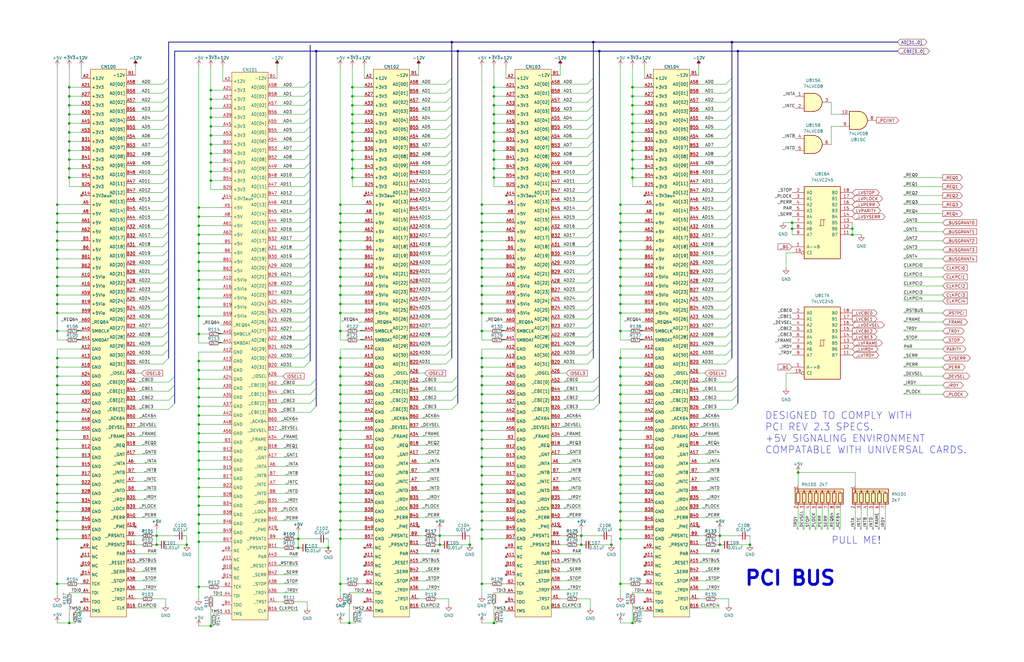
<source format=kicad_sch>
(kicad_sch (version 20231120) (generator "eeschema") (generator_version "8.0")
  (paper "USLedger")
  (title_block (title "AMIGA PCI") (date "2024-05-24") (rev "3.0"))
  (junction (at 334.01 96.52))
  (junction (at 88.9 76.2))
  (junction (at 88.9 60.96))
  (junction (at 203.2 173.99))
  (junction (at 203.2 170.18))
  (junction (at 83.82 125.73))
  (junction (at 24.13 154.94))
  (junction (at 143.51 105.41))
  (junction (at 203.2 208.28))
  (junction (at 148.59 52.07))
  (junction (at 261.62 166.37))
  (junction (at 143.51 166.37))
  (junction (at 203.2 90.17))
  (junction (at 83.82 160.02))
  (junction (at 311.15 21.59))
  (junction (at 261.62 128.27))
  (junction (at 83.82 106.68))
  (junction (at 83.82 167.64))
  (junction (at 24.13 151.13))
  (junction (at 83.82 133.35))
  (junction (at 143.51 185.42))
  (junction (at 83.82 186.69))
  (junction (at 143.51 128.27))
  (junction (at 148.59 48.26))
  (junction (at 208.28 48.26))
  (junction (at 83.82 163.83))
  (junction (at 266.7 262.89))
  (junction (at 24.13 105.41))
  (junction (at 24.13 177.8))
  (junction (at 203.2 204.47))
  (junction (at 143.51 193.04))
  (junction (at 208.28 67.31))
  (junction (at 24.13 101.6))
  (junction (at 143.51 101.6))
  (junction (at 83.82 102.87))
  (junction (at 203.2 151.13))
  (junction (at 261.62 170.18))
  (junction (at 261.62 90.17))
  (junction (at 261.62 189.23))
  (junction (at 261.62 154.94))
  (junction (at 83.82 228.6))
  (junction (at 83.82 220.98))
  (junction (at 24.13 109.22))
  (junction (at 83.82 224.79))
  (junction (at 266.7 40.64))
  (junction (at 24.13 90.17))
  (junction (at 83.82 114.3))
  (junction (at 83.82 156.21))
  (junction (at 143.51 162.56))
  (junction (at 266.7 48.26))
  (junction (at 203.2 181.61))
  (junction (at 148.59 55.88))
  (junction (at 143.51 177.8))
  (junction (at 261.62 185.42))
  (junction (at 359.41 96.52))
  (junction (at 24.13 185.42))
  (junction (at 261.62 227.33))
  (junction (at 83.82 110.49))
  (junction (at 261.62 193.04))
  (junction (at 83.82 91.44))
  (junction (at 203.2 189.23))
  (junction (at 138.43 231.14))
  (junction (at 29.21 74.93))
  (junction (at 24.13 113.03))
  (junction (at 24.13 166.37))
  (junction (at 185.42 226.06))
  (junction (at 83.82 129.54))
  (junction (at 83.82 171.45))
  (junction (at 203.2 124.46))
  (junction (at 143.51 154.94))
  (junction (at 143.51 139.7))
  (junction (at 148.59 67.31))
  (junction (at 24.13 227.33))
  (junction (at 83.82 209.55))
  (junction (at 143.51 204.47))
  (junction (at 29.21 55.88))
  (junction (at 143.51 181.61))
  (junction (at 148.59 44.45))
  (junction (at 24.13 132.08))
  (junction (at 252.73 21.59))
  (junction (at 261.62 196.85))
  (junction (at 261.62 177.8))
  (junction (at 24.13 97.79))
  (junction (at 203.2 166.37))
  (junction (at 83.82 182.88))
  (junction (at 266.7 44.45))
  (junction (at 208.28 59.69))
  (junction (at 203.2 215.9))
  (junction (at 24.13 223.52))
  (junction (at 24.13 200.66))
  (junction (at 261.62 246.38))
  (junction (at 24.13 93.98))
  (junction (at 148.59 36.83))
  (junction (at 203.2 139.7))
  (junction (at 24.13 162.56))
  (junction (at 203.2 162.56))
  (junction (at 24.13 193.04))
  (junction (at 148.59 59.69))
  (junction (at 88.9 49.53))
  (junction (at 203.2 109.22))
  (junction (at 303.53 226.06))
  (junction (at 261.62 173.99))
  (junction (at 261.62 223.52))
  (junction (at 203.2 185.42))
  (junction (at 83.82 247.65))
  (junction (at 261.62 151.13))
  (junction (at 143.51 86.36))
  (junction (at 208.28 63.5))
  (junction (at 143.51 196.85))
  (junction (at 261.62 113.03))
  (junction (at 261.62 93.98))
  (junction (at 83.82 95.25))
  (junction (at 203.2 223.52))
  (junction (at 245.11 229.87))
  (junction (at 83.82 194.31))
  (junction (at 24.13 219.71))
  (junction (at 316.23 229.87))
  (junction (at 24.13 189.23))
  (junction (at 143.51 208.28))
  (junction (at 88.9 264.16))
  (junction (at 261.62 120.65))
  (junction (at 143.51 90.17))
  (junction (at 143.51 97.79))
  (junction (at 203.2 200.66))
  (junction (at 261.62 219.71))
  (junction (at 203.2 93.98))
  (junction (at 208.28 40.64))
  (junction (at 83.82 179.07))
  (junction (at 203.2 154.94))
  (junction (at 66.04 226.06))
  (junction (at 143.51 215.9))
  (junction (at 143.51 113.03))
  (junction (at 29.21 262.89))
  (junction (at 203.2 212.09))
  (junction (at 88.9 68.58))
  (junction (at 143.51 212.09))
  (junction (at 261.62 181.61))
  (junction (at 66.04 229.87))
  (junction (at 148.59 63.5))
  (junction (at 24.13 181.61))
  (junction (at 143.51 116.84))
  (junction (at 208.28 71.12))
  (junction (at 88.9 38.1))
  (junction (at 208.28 52.07))
  (junction (at 29.21 71.12))
  (junction (at 24.13 86.36))
  (junction (at 24.13 139.7))
  (junction (at 193.04 21.59))
  (junction (at 250.19 17.78))
  (junction (at 208.28 262.89))
  (junction (at 88.9 64.77))
  (junction (at 125.73 231.14))
  (junction (at 257.81 229.87))
  (junction (at 266.7 36.83))
  (junction (at 203.2 113.03))
  (junction (at 143.51 219.71))
  (junction (at 203.2 193.04))
  (junction (at 203.2 132.08))
  (junction (at 266.7 63.5))
  (junction (at 88.9 57.15))
  (junction (at 261.62 200.66))
  (junction (at 143.51 158.75))
  (junction (at 148.59 40.64))
  (junction (at 266.7 71.12))
  (junction (at 24.13 120.65))
  (junction (at 143.51 200.66))
  (junction (at 24.13 128.27))
  (junction (at 261.62 158.75))
  (junction (at 261.62 109.22))
  (junction (at 245.11 226.06))
  (junction (at 203.2 120.65))
  (junction (at 143.51 132.08))
  (junction (at 203.2 158.75))
  (junction (at 83.82 213.36))
  (junction (at 83.82 99.06))
  (junction (at 261.62 132.08))
  (junction (at 203.2 227.33))
  (junction (at 208.28 36.83))
  (junction (at 261.62 116.84))
  (junction (at 334.01 93.98))
  (junction (at 24.13 246.38))
  (junction (at 261.62 97.79))
  (junction (at 24.13 208.28))
  (junction (at 203.2 246.38))
  (junction (at 266.7 59.69))
  (junction (at 24.13 215.9))
  (junction (at 83.82 217.17))
  (junction (at 83.82 190.5))
  (junction (at 133.35 21.59))
  (junction (at 303.53 229.87))
  (junction (at 143.51 93.98))
  (junction (at 203.2 105.41))
  (junction (at 125.73 227.33))
  (junction (at 266.7 52.07))
  (junction (at 143.51 223.52))
  (junction (at 208.28 55.88))
  (junction (at 83.82 121.92))
  (junction (at 83.82 201.93))
  (junction (at 83.82 140.97))
  (junction (at 24.13 173.99))
  (junction (at 29.21 67.31))
  (junction (at 143.51 124.46))
  (junction (at 261.62 139.7))
  (junction (at 266.7 74.93))
  (junction (at 261.62 215.9))
  (junction (at 148.59 71.12))
  (junction (at 261.62 124.46))
  (junction (at 190.5 17.78))
  (junction (at 261.62 212.09))
  (junction (at 143.51 109.22))
  (junction (at 29.21 48.26))
  (junction (at 261.62 86.36))
  (junction (at 261.62 204.47))
  (junction (at 203.2 219.71))
  (junction (at 308.61 17.78))
  (junction (at 24.13 124.46))
  (junction (at 266.7 55.88))
  (junction (at 147.32 262.89))
  (junction (at 203.2 177.8))
  (junction (at 29.21 52.07))
  (junction (at 261.62 208.28))
  (junction (at 208.28 44.45))
  (junction (at 83.82 175.26))
  (junction (at 203.2 97.79))
  (junction (at 83.82 152.4))
  (junction (at 143.51 227.33))
  (junction (at 336.55 199.39))
  (junction (at 78.74 229.87))
  (junction (at 24.13 158.75))
  (junction (at 88.9 53.34))
  (junction (at 24.13 170.18))
  (junction (at 29.21 63.5))
  (junction (at 143.51 151.13))
  (junction (at 24.13 212.09))
  (junction (at 83.82 87.63))
  (junction (at 208.28 74.93))
  (junction (at 198.12 229.87))
  (junction (at 359.41 99.06))
  (junction (at 143.51 189.23))
  (junction (at 143.51 170.18))
  (junction (at 143.51 120.65))
  (junction (at 24.13 116.84))
  (junction (at 143.51 173.99))
  (junction (at 185.42 229.87))
  (junction (at 29.21 59.69))
  (junction (at 203.2 128.27))
  (junction (at 261.62 105.41))
  (junction (at 266.7 67.31))
  (junction (at 261.62 162.56))
  (junction (at 203.2 86.36))
  (junction (at 83.82 205.74))
  (junction (at 88.9 41.91))
  (junction (at 203.2 101.6))
  (junction (at 88.9 45.72))
  (junction (at 203.2 116.84))
  (junction (at 83.82 118.11))
  (junction (at 203.2 196.85))
  (junction (at 29.21 36.83))
  (junction (at 261.62 101.6))
  (junction (at 29.21 40.64))
  (junction (at 24.13 204.47))
  (junction (at 24.13 196.85))
  (junction (at 83.82 198.12))
  (junction (at 29.21 44.45))
  (junction (at 143.51 246.38))
  (junction (at 148.59 74.93))
  (junction (at 88.9 72.39))
  (bus_entry (at 71.12 168.91) (size 2.54 -2.54))
  (bus_entry (at 128.27 151.13) (size 2.54 -2.54))
  (bus_entry (at 130.81 162.56) (size 2.54 -2.54))
  (bus_entry (at 306.07 46.99) (size 2.54 -2.54))
  (bus_entry (at 247.65 111.76) (size 2.54 -2.54))
  (bus_entry (at 306.07 96.52) (size 2.54 -2.54))
  (bus_entry (at 68.58 69.85) (size 2.54 -2.54))
  (bus_entry (at 306.07 35.56) (size 2.54 -2.54))
  (bus_entry (at 128.27 124.46) (size 2.54 -2.54))
  (bus_entry (at 187.96 73.66) (size 2.54 -2.54))
  (bus_entry (at 68.58 100.33) (size 2.54 -2.54))
  (bus_entry (at 250.19 165.1) (size 2.54 -2.54))
  (bus_entry (at 128.27 143.51) (size 2.54 -2.54))
  (bus_entry (at 247.65 100.33) (size 2.54 -2.54))
  (bus_entry (at 130.81 170.18) (size 2.54 -2.54))
  (bus_entry (at 306.07 81.28) (size 2.54 -2.54))
  (bus_entry (at 247.65 35.56) (size 2.54 -2.54))
  (bus_entry (at 187.96 96.52) (size 2.54 -2.54))
  (bus_entry (at 68.58 54.61) (size 2.54 -2.54))
  (bus_entry (at 306.07 92.71) (size 2.54 -2.54))
  (bus_entry (at 306.07 111.76) (size 2.54 -2.54))
  (bus_entry (at 128.27 55.88) (size 2.54 -2.54))
  (bus_entry (at 68.58 50.8) (size 2.54 -2.54))
  (bus_entry (at 247.65 77.47) (size 2.54 -2.54))
  (bus_entry (at 187.96 81.28) (size 2.54 -2.54))
  (bus_entry (at 250.19 172.72) (size 2.54 -2.54))
  (bus_entry (at 247.65 96.52) (size 2.54 -2.54))
  (bus_entry (at 247.65 134.62) (size 2.54 -2.54))
  (bus_entry (at 71.12 165.1) (size 2.54 -2.54))
  (bus_entry (at 187.96 138.43) (size 2.54 -2.54))
  (bus_entry (at 128.27 147.32) (size 2.54 -2.54))
  (bus_entry (at 306.07 77.47) (size 2.54 -2.54))
  (bus_entry (at 128.27 97.79) (size 2.54 -2.54))
  (bus_entry (at 187.96 39.37) (size 2.54 -2.54))
  (bus_entry (at 128.27 90.17) (size 2.54 -2.54))
  (bus_entry (at 128.27 105.41) (size 2.54 -2.54))
  (bus_entry (at 68.58 43.18) (size 2.54 -2.54))
  (bus_entry (at 247.65 115.57) (size 2.54 -2.54))
  (bus_entry (at 68.58 88.9) (size 2.54 -2.54))
  (bus_entry (at 68.58 46.99) (size 2.54 -2.54))
  (bus_entry (at 187.96 115.57) (size 2.54 -2.54))
  (bus_entry (at 128.27 63.5) (size 2.54 -2.54))
  (bus_entry (at 128.27 48.26) (size 2.54 -2.54))
  (bus_entry (at 68.58 111.76) (size 2.54 -2.54))
  (bus_entry (at 306.07 73.66) (size 2.54 -2.54))
  (bus_entry (at 187.96 134.62) (size 2.54 -2.54))
  (bus_entry (at 306.07 107.95) (size 2.54 -2.54))
  (bus_entry (at 247.65 107.95) (size 2.54 -2.54))
  (bus_entry (at 247.65 85.09) (size 2.54 -2.54))
  (bus_entry (at 128.27 52.07) (size 2.54 -2.54))
  (bus_entry (at 190.5 168.91) (size 2.54 -2.54))
  (bus_entry (at 306.07 134.62) (size 2.54 -2.54))
  (bus_entry (at 190.5 165.1) (size 2.54 -2.54))
  (bus_entry (at 68.58 123.19) (size 2.54 -2.54))
  (bus_entry (at 128.27 101.6) (size 2.54 -2.54))
  (bus_entry (at 247.65 54.61) (size 2.54 -2.54))
  (bus_entry (at 250.19 161.29) (size 2.54 -2.54))
  (bus_entry (at 247.65 69.85) (size 2.54 -2.54))
  (bus_entry (at 306.07 123.19) (size 2.54 -2.54))
  (bus_entry (at 306.07 119.38) (size 2.54 -2.54))
  (bus_entry (at 128.27 116.84) (size 2.54 -2.54))
  (bus_entry (at 187.96 35.56) (size 2.54 -2.54))
  (bus_entry (at 128.27 67.31) (size 2.54 -2.54))
  (bus_entry (at 128.27 36.83) (size 2.54 -2.54))
  (bus_entry (at 187.96 127) (size 2.54 -2.54))
  (bus_entry (at 247.65 66.04) (size 2.54 -2.54))
  (bus_entry (at 130.81 173.99) (size 2.54 -2.54))
  (bus_entry (at 247.65 50.8) (size 2.54 -2.54))
  (bus_entry (at 128.27 86.36) (size 2.54 -2.54))
  (bus_entry (at 68.58 146.05) (size 2.54 -2.54))
  (bus_entry (at 128.27 74.93) (size 2.54 -2.54))
  (bus_entry (at 187.96 123.19) (size 2.54 -2.54))
  (bus_entry (at 306.07 50.8) (size 2.54 -2.54))
  (bus_entry (at 128.27 135.89) (size 2.54 -2.54))
  (bus_entry (at 68.58 127) (size 2.54 -2.54))
  (bus_entry (at 306.07 153.67) (size 2.54 -2.54))
  (bus_entry (at 306.07 85.09) (size 2.54 -2.54))
  (bus_entry (at 68.58 130.81) (size 2.54 -2.54))
  (bus_entry (at 68.58 77.47) (size 2.54 -2.54))
  (bus_entry (at 247.65 149.86) (size 2.54 -2.54))
  (bus_entry (at 247.65 119.38) (size 2.54 -2.54))
  (bus_entry (at 68.58 142.24) (size 2.54 -2.54))
  (bus_entry (at 247.65 142.24) (size 2.54 -2.54))
  (bus_entry (at 247.65 104.14) (size 2.54 -2.54))
  (bus_entry (at 308.61 172.72) (size 2.54 -2.54))
  (bus_entry (at 247.65 88.9) (size 2.54 -2.54))
  (bus_entry (at 187.96 100.33) (size 2.54 -2.54))
  (bus_entry (at 306.07 39.37) (size 2.54 -2.54))
  (bus_entry (at 247.65 46.99) (size 2.54 -2.54))
  (bus_entry (at 68.58 58.42) (size 2.54 -2.54))
  (bus_entry (at 128.27 139.7) (size 2.54 -2.54))
  (bus_entry (at 250.19 168.91) (size 2.54 -2.54))
  (bus_entry (at 187.96 104.14) (size 2.54 -2.54))
  (bus_entry (at 68.58 104.14) (size 2.54 -2.54))
  (bus_entry (at 68.58 149.86) (size 2.54 -2.54))
  (bus_entry (at 68.58 119.38) (size 2.54 -2.54))
  (bus_entry (at 187.96 43.18) (size 2.54 -2.54))
  (bus_entry (at 128.27 82.55) (size 2.54 -2.54))
  (bus_entry (at 128.27 132.08) (size 2.54 -2.54))
  (bus_entry (at 128.27 71.12) (size 2.54 -2.54))
  (bus_entry (at 68.58 92.71) (size 2.54 -2.54))
  (bus_entry (at 306.07 142.24) (size 2.54 -2.54))
  (bus_entry (at 187.96 69.85) (size 2.54 -2.54))
  (bus_entry (at 128.27 109.22) (size 2.54 -2.54))
  (bus_entry (at 306.07 115.57) (size 2.54 -2.54))
  (bus_entry (at 306.07 88.9) (size 2.54 -2.54))
  (bus_entry (at 128.27 93.98) (size 2.54 -2.54))
  (bus_entry (at 306.07 149.86) (size 2.54 -2.54))
  (bus_entry (at 247.65 58.42) (size 2.54 -2.54))
  (bus_entry (at 247.65 39.37) (size 2.54 -2.54))
  (bus_entry (at 187.96 54.61) (size 2.54 -2.54))
  (bus_entry (at 308.61 165.1) (size 2.54 -2.54))
  (bus_entry (at 306.07 43.18) (size 2.54 -2.54))
  (bus_entry (at 128.27 59.69) (size 2.54 -2.54))
  (bus_entry (at 247.65 123.19) (size 2.54 -2.54))
  (bus_entry (at 128.27 40.64) (size 2.54 -2.54))
  (bus_entry (at 247.65 81.28) (size 2.54 -2.54))
  (bus_entry (at 187.96 46.99) (size 2.54 -2.54))
  (bus_entry (at 247.65 73.66) (size 2.54 -2.54))
  (bus_entry (at 68.58 115.57) (size 2.54 -2.54))
  (bus_entry (at 71.12 161.29) (size 2.54 -2.54))
  (bus_entry (at 247.65 153.67) (size 2.54 -2.54))
  (bus_entry (at 187.96 111.76) (size 2.54 -2.54))
  (bus_entry (at 306.07 138.43) (size 2.54 -2.54))
  (bus_entry (at 190.5 161.29) (size 2.54 -2.54))
  (bus_entry (at 190.5 172.72) (size 2.54 -2.54))
  (bus_entry (at 68.58 153.67) (size 2.54 -2.54))
  (bus_entry (at 247.65 92.71) (size 2.54 -2.54))
  (bus_entry (at 128.27 128.27) (size 2.54 -2.54))
  (bus_entry (at 306.07 66.04) (size 2.54 -2.54))
  (bus_entry (at 187.96 85.09) (size 2.54 -2.54))
  (bus_entry (at 68.58 73.66) (size 2.54 -2.54))
  (bus_entry (at 68.58 81.28) (size 2.54 -2.54))
  (bus_entry (at 68.58 138.43) (size 2.54 -2.54))
  (bus_entry (at 187.96 146.05) (size 2.54 -2.54))
  (bus_entry (at 247.65 62.23) (size 2.54 -2.54))
  (bus_entry (at 187.96 92.71) (size 2.54 -2.54))
  (bus_entry (at 187.96 142.24) (size 2.54 -2.54))
  (bus_entry (at 187.96 119.38) (size 2.54 -2.54))
  (bus_entry (at 68.58 39.37) (size 2.54 -2.54))
  (bus_entry (at 306.07 130.81) (size 2.54 -2.54))
  (bus_entry (at 306.07 104.14) (size 2.54 -2.54))
  (bus_entry (at 68.58 96.52) (size 2.54 -2.54))
  (bus_entry (at 187.96 88.9) (size 2.54 -2.54))
  (bus_entry (at 71.12 172.72) (size 2.54 -2.54))
  (bus_entry (at 247.65 138.43) (size 2.54 -2.54))
  (bus_entry (at 68.58 107.95) (size 2.54 -2.54))
  (bus_entry (at 187.96 58.42) (size 2.54 -2.54))
  (bus_entry (at 128.27 154.94) (size 2.54 -2.54))
  (bus_entry (at 306.07 146.05) (size 2.54 -2.54))
  (bus_entry (at 187.96 62.23) (size 2.54 -2.54))
  (bus_entry (at 306.07 62.23) (size 2.54 -2.54))
  (bus_entry (at 187.96 130.81) (size 2.54 -2.54))
  (bus_entry (at 187.96 77.47) (size 2.54 -2.54))
  (bus_entry (at 68.58 35.56) (size 2.54 -2.54))
  (bus_entry (at 128.27 113.03) (size 2.54 -2.54))
  (bus_entry (at 306.07 127) (size 2.54 -2.54))
  (bus_entry (at 308.61 161.29) (size 2.54 -2.54))
  (bus_entry (at 128.27 44.45) (size 2.54 -2.54))
  (bus_entry (at 68.58 66.04) (size 2.54 -2.54))
  (bus_entry (at 68.58 134.62) (size 2.54 -2.54))
  (bus_entry (at 128.27 78.74) (size 2.54 -2.54))
  (bus_entry (at 130.81 166.37) (size 2.54 -2.54))
  (bus_entry (at 247.65 146.05) (size 2.54 -2.54))
  (bus_entry (at 306.07 58.42) (size 2.54 -2.54))
  (bus_entry (at 68.58 62.23) (size 2.54 -2.54))
  (bus_entry (at 247.65 130.81) (size 2.54 -2.54))
  (bus_entry (at 247.65 43.18) (size 2.54 -2.54))
  (bus_entry (at 187.96 149.86) (size 2.54 -2.54))
  (bus_entry (at 68.58 85.09) (size 2.54 -2.54))
  (bus_entry (at 306.07 100.33) (size 2.54 -2.54))
  (bus_entry (at 187.96 50.8) (size 2.54 -2.54))
  (bus_entry (at 187.96 66.04) (size 2.54 -2.54))
  (bus_entry (at 306.07 69.85) (size 2.54 -2.54))
  (bus_entry (at 128.27 120.65) (size 2.54 -2.54))
  (bus_entry (at 187.96 153.67) (size 2.54 -2.54))
  (bus_entry (at 306.07 54.61) (size 2.54 -2.54))
  (bus_entry (at 247.65 127) (size 2.54 -2.54))
  (bus_entry (at 308.61 168.91) (size 2.54 -2.54))
  (bus_entry (at 187.96 107.95) (size 2.54 -2.54))
  (bus (pts (xy 190.5 82.55) (xy 190.5 86.36)))
  (wire (pts (xy 176.53 195.58) (xy 185.42 195.58)))
  (wire (pts (xy 143.51 181.61) (xy 143.51 185.42)))
  (wire (pts (xy 208.28 52.07) (xy 208.28 55.88)))
  (wire (pts (xy 245.11 223.52) (xy 245.11 226.06)))
  (wire (pts (xy 116.84 254) (xy 119.38 254)))
  (wire (pts (xy 208.28 48.26) (xy 213.36 48.26)))
  (wire (pts (xy 334.01 93.98) (xy 334.01 96.52)))
  (wire (pts (xy 350.52 48.26) (xy 354.33 48.26)))
  (bus (pts (xy 130.81 80.01) (xy 130.81 83.82)))
  (wire (pts (xy 203.2 90.17) (xy 203.2 86.36)))
  (wire (pts (xy 143.51 166.37) (xy 153.67 166.37)))
  (wire (pts (xy 88.9 64.77) (xy 93.98 64.77)))
  (wire (pts (xy 24.13 124.46) (xy 34.29 124.46)))
  (wire (pts (xy 116.84 166.37) (xy 130.81 166.37)))
  (wire (pts (xy 24.13 101.6) (xy 24.13 97.79)))
  (wire (pts (xy 203.2 185.42) (xy 213.36 185.42)))
  (wire (pts (xy 24.13 97.79) (xy 24.13 93.98)))
  (wire (pts (xy 83.82 118.11) (xy 93.98 118.11)))
  (wire (pts (xy 261.62 120.65) (xy 261.62 116.84)))
  (wire (pts (xy 381 151.13) (xy 397.51 151.13)))
  (wire (pts (xy 83.82 144.78) (xy 87.63 144.78)))
  (bus (pts (xy 308.61 113.03) (xy 308.61 116.84)))
  (wire (pts (xy 33.02 246.38) (xy 34.29 246.38)))
  (wire (pts (xy 57.15 58.42) (xy 68.58 58.42)))
  (wire (pts (xy 24.13 113.03) (xy 24.13 109.22)))
  (wire (pts (xy 88.9 38.1) (xy 88.9 41.91)))
  (wire (pts (xy 176.53 214.63) (xy 185.42 214.63)))
  (wire (pts (xy 83.82 102.87) (xy 83.82 99.06)))
  (bus (pts (xy 71.12 40.64) (xy 71.12 44.45)))
  (wire (pts (xy 294.64 187.96) (xy 303.53 187.96)))
  (bus (pts (xy 130.81 53.34) (xy 130.81 57.15)))
  (wire (pts (xy 88.9 60.96) (xy 93.98 60.96)))
  (wire (pts (xy 29.21 44.45) (xy 29.21 48.26)))
  (wire (pts (xy 83.82 91.44) (xy 93.98 91.44)))
  (wire (pts (xy 69.85 252.73) (xy 69.85 255.27)))
  (wire (pts (xy 83.82 129.54) (xy 83.82 125.73)))
  (bus (pts (xy 311.15 166.37) (xy 311.15 170.18)))
  (wire (pts (xy 24.13 90.17) (xy 24.13 86.36)))
  (wire (pts (xy 24.13 132.08) (xy 24.13 128.27)))
  (wire (pts (xy 57.15 81.28) (xy 68.58 81.28)))
  (wire (pts (xy 359.41 99.06) (xy 363.22 99.06)))
  (bus (pts (xy 308.61 74.93) (xy 308.61 78.74)))
  (wire (pts (xy 29.21 40.64) (xy 34.29 40.64)))
  (bus (pts (xy 190.5 147.32) (xy 190.5 151.13)))
  (wire (pts (xy 143.51 189.23) (xy 143.51 193.04)))
  (bus (pts (xy 133.35 160.02) (xy 133.35 163.83)))
  (wire (pts (xy 83.82 114.3) (xy 83.82 110.49)))
  (wire (pts (xy 24.13 223.52) (xy 24.13 227.33)))
  (wire (pts (xy 236.22 77.47) (xy 247.65 77.47)))
  (wire (pts (xy 261.62 170.18) (xy 271.78 170.18)))
  (wire (pts (xy 116.84 147.32) (xy 128.27 147.32)))
  (wire (pts (xy 266.7 55.88) (xy 266.7 59.69)))
  (wire (pts (xy 203.2 212.09) (xy 213.36 212.09)))
  (bus (pts (xy 190.5 17.78) (xy 190.5 33.02)))
  (wire (pts (xy 90.17 259.08) (xy 93.98 259.08)))
  (wire (pts (xy 294.64 184.15) (xy 303.53 184.15)))
  (bus (pts (xy 71.12 139.7) (xy 71.12 143.51)))
  (wire (pts (xy 29.21 52.07) (xy 34.29 52.07)))
  (wire (pts (xy 29.21 71.12) (xy 34.29 71.12)))
  (wire (pts (xy 261.62 113.03) (xy 271.78 113.03)))
  (wire (pts (xy 116.84 78.74) (xy 128.27 78.74)))
  (wire (pts (xy 24.13 162.56) (xy 24.13 166.37)))
  (wire (pts (xy 266.7 44.45) (xy 271.78 44.45)))
  (wire (pts (xy 143.51 132.08) (xy 143.51 139.7)))
  (wire (pts (xy 24.13 154.94) (xy 24.13 158.75)))
  (bus (pts (xy 308.61 33.02) (xy 308.61 17.78)))
  (wire (pts (xy 57.15 149.86) (xy 68.58 149.86)))
  (bus (pts (xy 250.19 116.84) (xy 250.19 120.65)))
  (bus (pts (xy 308.61 44.45) (xy 308.61 48.26)))
  (wire (pts (xy 294.64 39.37) (xy 306.07 39.37)))
  (wire (pts (xy 176.53 176.53) (xy 185.42 176.53)))
  (wire (pts (xy 143.51 27.94) (xy 143.51 86.36)))
  (wire (pts (xy 129.54 254) (xy 124.46 254)))
  (wire (pts (xy 261.62 166.37) (xy 271.78 166.37)))
  (wire (pts (xy 176.53 43.18) (xy 187.96 43.18)))
  (wire (pts (xy 236.22 39.37) (xy 247.65 39.37)))
  (wire (pts (xy 294.64 142.24) (xy 306.07 142.24)))
  (bus (pts (xy 71.12 120.65) (xy 71.12 124.46)))
  (bus (pts (xy 311.15 21.59) (xy 378.46 21.59)))
  (wire (pts (xy 83.82 95.25) (xy 93.98 95.25)))
  (wire (pts (xy 294.64 62.23) (xy 306.07 62.23)))
  (wire (pts (xy 176.53 46.99) (xy 187.96 46.99)))
  (wire (pts (xy 143.51 177.8) (xy 153.67 177.8)))
  (wire (pts (xy 236.22 81.28) (xy 247.65 81.28)))
  (wire (pts (xy 116.84 40.64) (xy 128.27 40.64)))
  (bus (pts (xy 73.66 21.59) (xy 133.35 21.59)))
  (wire (pts (xy 203.2 151.13) (xy 203.2 154.94)))
  (bus (pts (xy 190.5 120.65) (xy 190.5 124.46)))
  (wire (pts (xy 153.67 27.94) (xy 153.67 33.02)))
  (wire (pts (xy 57.15 27.94) (xy 57.15 31.75)))
  (wire (pts (xy 143.51 185.42) (xy 143.51 189.23)))
  (bus (pts (xy 130.81 118.11) (xy 130.81 121.92)))
  (wire (pts (xy 176.53 256.54) (xy 185.42 256.54)))
  (wire (pts (xy 143.51 132.08) (xy 143.51 128.27)))
  (wire (pts (xy 24.13 181.61) (xy 24.13 185.42)))
  (wire (pts (xy 381 158.75) (xy 397.51 158.75)))
  (wire (pts (xy 236.22 50.8) (xy 247.65 50.8)))
  (bus (pts (xy 130.81 110.49) (xy 130.81 114.3)))
  (bus (pts (xy 71.12 132.08) (xy 71.12 135.89)))
  (wire (pts (xy 143.51 154.94) (xy 153.67 154.94)))
  (wire (pts (xy 261.62 93.98) (xy 271.78 93.98)))
  (wire (pts (xy 148.59 27.94) (xy 148.59 36.83)))
  (wire (pts (xy 83.82 163.83) (xy 83.82 167.64)))
  (wire (pts (xy 176.53 62.23) (xy 187.96 62.23)))
  (bus (pts (xy 308.61 33.02) (xy 308.61 36.83)))
  (bus (pts (xy 190.5 135.89) (xy 190.5 139.7)))
  (wire (pts (xy 176.53 153.67) (xy 187.96 153.67)))
  (wire (pts (xy 83.82 148.59) (xy 83.82 152.4)))
  (wire (pts (xy 203.2 90.17) (xy 213.36 90.17)))
  (bus (pts (xy 250.19 120.65) (xy 250.19 124.46)))
  (wire (pts (xy 88.9 256.54) (xy 88.9 264.16)))
  (wire (pts (xy 266.7 36.83) (xy 271.78 36.83)))
  (wire (pts (xy 236.22 100.33) (xy 247.65 100.33)))
  (wire (pts (xy 116.84 246.38) (xy 125.73 246.38)))
  (wire (pts (xy 243.84 226.06) (xy 245.11 226.06)))
  (wire (pts (xy 203.2 162.56) (xy 203.2 166.37)))
  (wire (pts (xy 261.62 154.94) (xy 271.78 154.94)))
  (bus (pts (xy 71.12 135.89) (xy 71.12 139.7)))
  (wire (pts (xy 261.62 162.56) (xy 271.78 162.56)))
  (bus (pts (xy 250.19 128.27) (xy 250.19 132.08)))
  (wire (pts (xy 57.15 214.63) (xy 66.04 214.63)))
  (wire (pts (xy 294.64 195.58) (xy 303.53 195.58)))
  (wire (pts (xy 83.82 179.07) (xy 83.82 182.88)))
  (wire (pts (xy 261.62 196.85) (xy 271.78 196.85)))
  (wire (pts (xy 334.01 106.68) (xy 331.47 106.68)))
  (wire (pts (xy 143.51 223.52) (xy 143.51 227.33)))
  (wire (pts (xy 116.84 181.61) (xy 125.73 181.61)))
  (wire (pts (xy 29.21 36.83) (xy 34.29 36.83)))
  (wire (pts (xy 266.7 59.69) (xy 266.7 63.5)))
  (wire (pts (xy 203.2 113.03) (xy 203.2 109.22)))
  (wire (pts (xy 88.9 41.91) (xy 93.98 41.91)))
  (wire (pts (xy 203.2 109.22) (xy 213.36 109.22)))
  (wire (pts (xy 236.22 149.86) (xy 247.65 149.86)))
  (wire (pts (xy 83.82 201.93) (xy 93.98 201.93)))
  (wire (pts (xy 176.53 100.33) (xy 187.96 100.33)))
  (wire (pts (xy 208.28 250.19) (xy 213.36 250.19)))
  (wire (pts (xy 143.51 116.84) (xy 143.51 113.03)))
  (wire (pts (xy 203.2 128.27) (xy 203.2 124.46)))
  (wire (pts (xy 29.21 40.64) (xy 29.21 44.45)))
  (wire (pts (xy 64.77 229.87) (xy 66.04 229.87)))
  (wire (pts (xy 294.64 241.3) (xy 303.53 241.3)))
  (wire (pts (xy 261.62 124.46) (xy 261.62 120.65)))
  (wire (pts (xy 149.86 257.81) (xy 153.67 257.81)))
  (wire (pts (xy 83.82 186.69) (xy 93.98 186.69)))
  (wire (pts (xy 236.22 35.56) (xy 247.65 35.56)))
  (wire (pts (xy 266.7 255.27) (xy 266.7 262.89)))
  (bus (pts (xy 130.81 72.39) (xy 130.81 76.2)))
  (wire (pts (xy 208.28 67.31) (xy 213.36 67.31)))
  (wire (pts (xy 261.62 177.8) (xy 271.78 177.8)))
  (wire (pts (xy 143.51 105.41) (xy 153.67 105.41)))
  (wire (pts (xy 83.82 125.73) (xy 93.98 125.73)))
  (bus (pts (xy 308.61 67.31) (xy 308.61 71.12)))
  (bus (pts (xy 71.12 113.03) (xy 71.12 116.84)))
  (bus (pts (xy 308.61 90.17) (xy 308.61 93.98)))
  (wire (pts (xy 83.82 182.88) (xy 83.82 186.69)))
  (wire (pts (xy 125.73 227.33) (xy 125.73 231.14)))
  (wire (pts (xy 143.51 151.13) (xy 153.67 151.13)))
  (wire (pts (xy 261.62 90.17) (xy 271.78 90.17)))
  (wire (pts (xy 92.71 140.97) (xy 93.98 140.97)))
  (wire (pts (xy 176.53 191.77) (xy 185.42 191.77)))
  (wire (pts (xy 83.82 224.79) (xy 93.98 224.79)))
  (wire (pts (xy 294.64 134.62) (xy 306.07 134.62)))
  (wire (pts (xy 208.28 48.26) (xy 208.28 52.07)))
  (wire (pts (xy 57.15 85.09) (xy 68.58 85.09)))
  (wire (pts (xy 294.64 130.81) (xy 306.07 130.81)))
  (wire (pts (xy 208.28 55.88) (xy 208.28 59.69)))
  (wire (pts (xy 208.28 59.69) (xy 213.36 59.69)))
  (wire (pts (xy 143.51 124.46) (xy 143.51 120.65)))
  (wire (pts (xy 270.51 246.38) (xy 271.78 246.38)))
  (wire (pts (xy 302.26 226.06) (xy 303.53 226.06)))
  (wire (pts (xy 57.15 50.8) (xy 68.58 50.8)))
  (wire (pts (xy 83.82 205.74) (xy 93.98 205.74)))
  (wire (pts (xy 57.15 248.92) (xy 66.04 248.92)))
  (wire (pts (xy 143.51 215.9) (xy 153.67 215.9)))
  (wire (pts (xy 83.82 163.83) (xy 93.98 163.83)))
  (wire (pts (xy 294.64 191.77) (xy 303.53 191.77)))
  (wire (pts (xy 83.82 217.17) (xy 93.98 217.17)))
  (wire (pts (xy 57.15 180.34) (xy 66.04 180.34)))
  (wire (pts (xy 57.15 104.14) (xy 68.58 104.14)))
  (wire (pts (xy 203.2 162.56) (xy 213.36 162.56)))
  (wire (pts (xy 203.2 200.66) (xy 203.2 204.47)))
  (wire (pts (xy 24.13 158.75) (xy 24.13 162.56)))
  (wire (pts (xy 203.2 132.08) (xy 203.2 139.7)))
  (wire (pts (xy 143.51 143.51) (xy 146.05 143.51)))
  (wire (pts (xy 236.22 142.24) (xy 247.65 142.24)))
  (wire (pts (xy 203.2 93.98) (xy 213.36 93.98)))
  (wire (pts (xy 29.21 59.69) (xy 34.29 59.69)))
  (wire (pts (xy 24.13 262.89) (xy 29.21 262.89)))
  (wire (pts (xy 261.62 101.6) (xy 261.62 97.79)))
  (wire (pts (xy 294.64 229.87) (xy 297.18 229.87)))
  (wire (pts (xy 29.21 74.93) (xy 34.29 74.93)))
  (bus (pts (xy 130.81 68.58) (xy 130.81 72.39)))
  (wire (pts (xy 24.13 212.09) (xy 34.29 212.09)))
  (wire (pts (xy 148.59 52.07) (xy 148.59 55.88)))
  (wire (pts (xy 24.13 200.66) (xy 34.29 200.66)))
  (bus (pts (xy 190.5 55.88) (xy 190.5 59.69)))
  (wire (pts (xy 83.82 220.98) (xy 93.98 220.98)))
  (bus (pts (xy 190.5 74.93) (xy 190.5 78.74)))
  (wire (pts (xy 176.53 111.76) (xy 187.96 111.76)))
  (wire (pts (xy 29.21 55.88) (xy 34.29 55.88)))
  (wire (pts (xy 88.9 68.58) (xy 88.9 72.39)))
  (wire (pts (xy 143.51 189.23) (xy 153.67 189.23)))
  (wire (pts (xy 236.22 66.04) (xy 247.65 66.04)))
  (wire (pts (xy 236.22 58.42) (xy 247.65 58.42)))
  (bus (pts (xy 190.5 59.69) (xy 190.5 63.5)))
  (wire (pts (xy 266.7 48.26) (xy 266.7 52.07)))
  (wire (pts (xy 29.21 48.26) (xy 29.21 52.07)))
  (wire (pts (xy 143.51 219.71) (xy 143.51 223.52)))
  (wire (pts (xy 78.74 229.87) (xy 78.74 226.06)))
  (wire (pts (xy 116.84 120.65) (xy 128.27 120.65)))
  (wire (pts (xy 294.64 43.18) (xy 306.07 43.18)))
  (bus (pts (xy 71.12 97.79) (xy 71.12 101.6)))
  (wire (pts (xy 203.2 215.9) (xy 203.2 219.71)))
  (wire (pts (xy 24.13 162.56) (xy 34.29 162.56)))
  (wire (pts (xy 176.53 123.19) (xy 187.96 123.19)))
  (wire (pts (xy 176.53 229.87) (xy 179.07 229.87)))
  (bus (pts (xy 190.5 128.27) (xy 190.5 132.08)))
  (wire (pts (xy 261.62 215.9) (xy 271.78 215.9)))
  (wire (pts (xy 116.84 151.13) (xy 128.27 151.13)))
  (wire (pts (xy 261.62 97.79) (xy 261.62 93.98)))
  (wire (pts (xy 57.15 146.05) (xy 68.58 146.05)))
  (wire (pts (xy 143.51 93.98) (xy 153.67 93.98)))
  (wire (pts (xy 116.84 59.69) (xy 128.27 59.69)))
  (wire (pts (xy 266.7 71.12) (xy 271.78 71.12)))
  (wire (pts (xy 83.82 198.12) (xy 83.82 201.93)))
  (wire (pts (xy 83.82 129.54) (xy 93.98 129.54)))
  (wire (pts (xy 303.53 223.52) (xy 303.53 226.06)))
  (wire (pts (xy 354.33 53.34) (xy 350.52 53.34)))
  (bus (pts (xy 190.5 116.84) (xy 190.5 120.65)))
  (wire (pts (xy 147.32 255.27) (xy 147.32 262.89)))
  (wire (pts (xy 294.64 165.1) (xy 308.61 165.1)))
  (wire (pts (xy 57.15 39.37) (xy 68.58 39.37)))
  (wire (pts (xy 116.84 212.09) (xy 125.73 212.09)))
  (wire (pts (xy 148.59 40.64) (xy 148.59 44.45)))
  (wire (pts (xy 294.64 85.09) (xy 306.07 85.09)))
  (wire (pts (xy 24.13 27.94) (xy 24.13 86.36)))
  (wire (pts (xy 213.36 132.08) (xy 203.2 132.08)))
  (bus (pts (xy 71.12 124.46) (xy 71.12 128.27)))
  (wire (pts (xy 271.78 78.74) (xy 266.7 78.74)))
  (bus (pts (xy 252.73 21.59) (xy 311.15 21.59)))
  (wire (pts (xy 29.21 250.19) (xy 34.29 250.19)))
  (wire (pts (xy 271.78 27.94) (xy 271.78 33.02)))
  (wire (pts (xy 266.7 48.26) (xy 271.78 48.26)))
  (wire (pts (xy 116.84 193.04) (xy 125.73 193.04)))
  (wire (pts (xy 236.22 195.58) (xy 245.11 195.58)))
  (wire (pts (xy 236.22 187.96) (xy 245.11 187.96)))
  (wire (pts (xy 203.2 154.94) (xy 203.2 158.75)))
  (wire (pts (xy 116.84 170.18) (xy 130.81 170.18)))
  (wire (pts (xy 261.62 158.75) (xy 271.78 158.75)))
  (wire (pts (xy 373.38 214.63) (xy 373.38 223.52)))
  (wire (pts (xy 83.82 152.4) (xy 83.82 156.21)))
  (wire (pts (xy 83.82 118.11) (xy 83.82 114.3)))
  (wire (pts (xy 88.9 57.15) (xy 93.98 57.15)))
  (wire (pts (xy 184.15 229.87) (xy 185.42 229.87)))
  (wire (pts (xy 261.62 166.37) (xy 261.62 170.18)))
  (wire (pts (xy 266.7 59.69) (xy 271.78 59.69)))
  (wire (pts (xy 24.13 212.09) (xy 24.13 215.9)))
  (wire (pts (xy 270.51 143.51) (xy 271.78 143.51)))
  (wire (pts (xy 176.53 149.86) (xy 187.96 149.86)))
  (wire (pts (xy 261.62 196.85) (xy 261.62 200.66)))
  (bus (pts (xy 193.04 21.59) (xy 252.73 21.59)))
  (wire (pts (xy 116.84 135.89) (xy 128.27 135.89)))
  (wire (pts (xy 57.15 115.57) (xy 68.58 115.57)))
  (wire (pts (xy 143.51 185.42) (xy 153.67 185.42)))
  (wire (pts (xy 148.59 74.93) (xy 148.59 78.74)))
  (wire (pts (xy 143.51 113.03) (xy 143.51 109.22)))
  (wire (pts (xy 57.15 168.91) (xy 71.12 168.91)))
  (wire (pts (xy 381 120.65) (xy 397.51 120.65)))
  (bus (pts (xy 71.12 17.78) (xy 190.5 17.78)))
  (wire (pts (xy 148.59 71.12) (xy 153.67 71.12)))
  (wire (pts (xy 236.22 27.94) (xy 236.22 31.75)))
  (wire (pts (xy 83.82 121.92) (xy 93.98 121.92)))
  (wire (pts (xy 29.21 63.5) (xy 29.21 67.31)))
  (wire (pts (xy 93.98 80.01) (xy 88.9 80.01)))
  (wire (pts (xy 203.2 193.04) (xy 213.36 193.04)))
  (wire (pts (xy 88.9 68.58) (xy 93.98 68.58)))
  (wire (pts (xy 236.22 127) (xy 247.65 127)))
  (wire (pts (xy 213.36 78.74) (xy 208.28 78.74)))
  (wire (pts (xy 116.84 143.51) (xy 128.27 143.51)))
  (wire (pts (xy 245.11 226.06) (xy 252.73 226.06)))
  (wire (pts (xy 24.13 189.23) (xy 34.29 189.23)))
  (wire (pts (xy 208.28 27.94) (xy 208.28 36.83)))
  (wire (pts (xy 148.59 55.88) (xy 153.67 55.88)))
  (wire (pts (xy 29.21 67.31) (xy 29.21 71.12)))
  (wire (pts (xy 116.84 128.27) (xy 128.27 128.27)))
  (wire (pts (xy 143.51 120.65) (xy 153.67 120.65)))
  (wire (pts (xy 57.15 138.43) (xy 68.58 138.43)))
  (wire (pts (xy 294.64 119.38) (xy 306.07 119.38)))
  (wire (pts (xy 57.15 46.99) (xy 68.58 46.99)))
  (wire (pts (xy 203.2 246.38) (xy 203.2 251.46)))
  (wire (pts (xy 24.13 109.22) (xy 24.13 105.41)))
  (bus (pts (xy 73.66 166.37) (xy 73.66 170.18)))
  (wire (pts (xy 83.82 228.6) (xy 83.82 247.65)))
  (wire (pts (xy 57.15 134.62) (xy 68.58 134.62)))
  (wire (pts (xy 176.53 203.2) (xy 185.42 203.2)))
  (wire (pts (xy 116.84 227.33) (xy 119.38 227.33)))
  (wire (pts (xy 351.79 214.63) (xy 351.79 223.52)))
  (wire (pts (xy 203.2 212.09) (xy 203.2 215.9)))
  (wire (pts (xy 83.82 160.02) (xy 83.82 163.83)))
  (wire (pts (xy 57.15 233.68) (xy 66.04 233.68)))
  (bus (pts (xy 130.81 144.78) (xy 130.81 148.59)))
  (wire (pts (xy 83.82 121.92) (xy 83.82 118.11)))
  (wire (pts (xy 83.82 95.25) (xy 83.82 91.44)))
  (wire (pts (xy 176.53 210.82) (xy 185.42 210.82)))
  (bus (pts (xy 308.61 93.98) (xy 308.61 97.79)))
  (wire (pts (xy 363.22 214.63) (xy 363.22 223.52)))
  (wire (pts (xy 143.51 170.18) (xy 143.51 173.99)))
  (wire (pts (xy 143.51 97.79) (xy 153.67 97.79)))
  (wire (pts (xy 236.22 252.73) (xy 238.76 252.73)))
  (wire (pts (xy 83.82 133.35) (xy 83.82 140.97)))
  (wire (pts (xy 24.13 132.08) (xy 24.13 139.7)))
  (wire (pts (xy 24.13 93.98) (xy 34.29 93.98)))
  (wire (pts (xy 24.13 139.7) (xy 27.94 139.7)))
  (wire (pts (xy 57.15 176.53) (xy 66.04 176.53)))
  (wire (pts (xy 203.2 246.38) (xy 207.01 246.38)))
  (wire (pts (xy 116.84 132.08) (xy 128.27 132.08)))
  (wire (pts (xy 83.82 228.6) (xy 93.98 228.6)))
  (bus (pts (xy 130.81 19.05) (xy 130.81 34.29)))
  (bus (pts (xy 250.19 74.93) (xy 250.19 78.74)))
  (wire (pts (xy 261.62 143.51) (xy 265.43 143.51)))
  (bus (pts (xy 71.12 143.51) (xy 71.12 147.32)))
  (wire (pts (xy 261.62 158.75) (xy 261.62 162.56)))
  (wire (pts (xy 203.2 196.85) (xy 203.2 200.66)))
  (wire (pts (xy 57.15 252.73) (xy 59.69 252.73)))
  (wire (pts (xy 57.15 203.2) (xy 66.04 203.2)))
  (bus (pts (xy 190.5 48.26) (xy 190.5 52.07)))
  (wire (pts (xy 294.64 92.71) (xy 306.07 92.71)))
  (wire (pts (xy 176.53 187.96) (xy 185.42 187.96)))
  (wire (pts (xy 294.64 252.73) (xy 297.18 252.73)))
  (wire (pts (xy 203.2 204.47) (xy 213.36 204.47)))
  (wire (pts (xy 24.13 173.99) (xy 24.13 177.8)))
  (bus (pts (xy 308.61 82.55) (xy 308.61 86.36)))
  (wire (pts (xy 116.84 204.47) (xy 125.73 204.47)))
  (wire (pts (xy 24.13 90.17) (xy 34.29 90.17)))
  (wire (pts (xy 148.59 52.07) (xy 153.67 52.07)))
  (wire (pts (xy 143.51 109.22) (xy 153.67 109.22)))
  (bus (pts (xy 250.19 40.64) (xy 250.19 44.45)))
  (bus (pts (xy 190.5 143.51) (xy 190.5 147.32)))
  (wire (pts (xy 176.53 81.28) (xy 187.96 81.28)))
  (bus (pts (xy 193.04 158.75) (xy 193.04 162.56)))
  (wire (pts (xy 236.22 210.82) (xy 245.11 210.82)))
  (wire (pts (xy 143.51 105.41) (xy 143.51 101.6)))
  (wire (pts (xy 71.12 229.87) (xy 78.74 229.87)))
  (wire (pts (xy 143.51 196.85) (xy 143.51 200.66)))
  (wire (pts (xy 24.13 246.38) (xy 27.94 246.38)))
  (wire (pts (xy 24.13 200.66) (xy 24.13 204.47)))
  (wire (pts (xy 83.82 140.97) (xy 83.82 144.78)))
  (wire (pts (xy 57.15 218.44) (xy 66.04 218.44)))
  (wire (pts (xy 294.64 69.85) (xy 306.07 69.85)))
  (wire (pts (xy 294.64 226.06) (xy 297.18 226.06)))
  (wire (pts (xy 24.13 185.42) (xy 24.13 189.23)))
  (bus (pts (xy 71.12 116.84) (xy 71.12 120.65)))
  (wire (pts (xy 148.59 67.31) (xy 148.59 71.12)))
  (bus (pts (xy 250.19 143.51) (xy 250.19 147.32)))
  (wire (pts (xy 381 113.03) (xy 397.51 113.03)))
  (wire (pts (xy 83.82 179.07) (xy 93.98 179.07)))
  (wire (pts (xy 116.84 219.71) (xy 125.73 219.71)))
  (bus (pts (xy 193.04 162.56) (xy 193.04 166.37)))
  (bus (pts (xy 130.81 140.97) (xy 130.81 144.78)))
  (wire (pts (xy 57.15 142.24) (xy 68.58 142.24)))
  (wire (pts (xy 29.21 74.93) (xy 29.21 78.74)))
  (bus (pts (xy 308.61 135.89) (xy 308.61 139.7)))
  (wire (pts (xy 248.92 252.73) (xy 248.92 256.54)))
  (wire (pts (xy 116.84 86.36) (xy 128.27 86.36)))
  (wire (pts (xy 88.9 49.53) (xy 88.9 53.34)))
  (wire (pts (xy 203.2 200.66) (xy 213.36 200.66)))
  (wire (pts (xy 176.53 199.39) (xy 185.42 199.39)))
  (wire (pts (xy 236.22 69.85) (xy 247.65 69.85)))
  (wire (pts (xy 176.53 146.05) (xy 187.96 146.05)))
  (bus (pts (xy 73.66 21.59) (xy 73.66 158.75)))
  (wire (pts (xy 29.21 59.69) (xy 29.21 63.5)))
  (wire (pts (xy 294.64 214.63) (xy 303.53 214.63)))
  (wire (pts (xy 316.23 229.87) (xy 316.23 226.06)))
  (wire (pts (xy 203.2 189.23) (xy 213.36 189.23)))
  (wire (pts (xy 261.62 113.03) (xy 261.62 109.22)))
  (wire (pts (xy 83.82 194.31) (xy 93.98 194.31)))
  (wire (pts (xy 24.13 223.52) (xy 34.29 223.52)))
  (wire (pts (xy 83.82 110.49) (xy 93.98 110.49)))
  (wire (pts (xy 29.21 52.07) (xy 29.21 55.88)))
  (wire (pts (xy 83.82 156.21) (xy 83.82 160.02)))
  (wire (pts (xy 334.01 93.98) (xy 330.2 93.98)))
  (wire (pts (xy 24.13 101.6) (xy 34.29 101.6)))
  (bus (pts (xy 311.15 158.75) (xy 311.15 162.56)))
  (wire (pts (xy 203.2 193.04) (xy 203.2 196.85)))
  (wire (pts (xy 236.22 88.9) (xy 247.65 88.9)))
  (wire (pts (xy 83.82 186.69) (xy 83.82 190.5)))
  (wire (pts (xy 236.22 119.38) (xy 247.65 119.38)))
  (wire (pts (xy 116.84 238.76) (xy 125.73 238.76)))
  (wire (pts (xy 143.51 158.75) (xy 143.51 162.56)))
  (wire (pts (xy 29.21 27.94) (xy 29.21 36.83)))
  (wire (pts (xy 236.22 241.3) (xy 245.11 241.3)))
  (wire (pts (xy 294.64 168.91) (xy 308.61 168.91)))
  (wire (pts (xy 266.7 40.64) (xy 266.7 44.45)))
  (wire (pts (xy 83.82 140.97) (xy 87.63 140.97)))
  (wire (pts (xy 261.62 147.32) (xy 261.62 151.13)))
  (wire (pts (xy 208.28 40.64) (xy 208.28 44.45)))
  (wire (pts (xy 213.36 27.94) (xy 213.36 33.02)))
  (wire (pts (xy 203.2 177.8) (xy 213.36 177.8)))
  (wire (pts (xy 381 109.22) (xy 397.51 109.22)))
  (wire (pts (xy 143.51 227.33) (xy 153.67 227.33)))
  (wire (pts (xy 176.53 54.61) (xy 187.96 54.61)))
  (wire (pts (xy 261.62 246.38) (xy 265.43 246.38)))
  (wire (pts (xy 294.64 149.86) (xy 306.07 149.86)))
  (wire (pts (xy 116.84 242.57) (xy 125.73 242.57)))
  (wire (pts (xy 83.82 175.26) (xy 93.98 175.26)))
  (wire (pts (xy 294.64 88.9) (xy 306.07 88.9)))
  (bus (pts (xy 252.73 162.56) (xy 252.73 166.37)))
  (bus (pts (xy 71.12 128.27) (xy 71.12 132.08)))
  (wire (pts (xy 143.51 109.22) (xy 143.51 105.41)))
  (wire (pts (xy 266.7 52.07) (xy 266.7 55.88)))
  (wire (pts (xy 116.84 44.45) (xy 128.27 44.45)))
  (wire (pts (xy 208.28 44.45) (xy 213.36 44.45)))
  (wire (pts (xy 190.5 229.87) (xy 198.12 229.87)))
  (wire (pts (xy 148.59 44.45) (xy 148.59 48.26)))
  (wire (pts (xy 116.84 124.46) (xy 128.27 124.46)))
  (wire (pts (xy 92.71 247.65) (xy 93.98 247.65)))
  (bus (pts (xy 308.61 86.36) (xy 308.61 90.17)))
  (wire (pts (xy 208.28 36.83) (xy 213.36 36.83)))
  (bus (pts (xy 252.73 166.37) (xy 252.73 170.18)))
  (wire (pts (xy 266.7 74.93) (xy 266.7 78.74)))
  (wire (pts (xy 116.84 116.84) (xy 128.27 116.84)))
  (wire (pts (xy 148.59 59.69) (xy 148.59 63.5)))
  (wire (pts (xy 116.84 231.14) (xy 119.38 231.14)))
  (wire (pts (xy 189.23 252.73) (xy 184.15 252.73)))
  (bus (pts (xy 308.61 132.08) (xy 308.61 135.89)))
  (wire (pts (xy 236.22 134.62) (xy 247.65 134.62)))
  (wire (pts (xy 88.9 72.39) (xy 88.9 76.2)))
  (wire (pts (xy 57.15 107.95) (xy 68.58 107.95)))
  (wire (pts (xy 153.67 132.08) (xy 143.51 132.08)))
  (wire (pts (xy 203.2 86.36) (xy 213.36 86.36)))
  (wire (pts (xy 203.2 227.33) (xy 203.2 246.38)))
  (wire (pts (xy 143.51 262.89) (xy 147.32 262.89)))
  (wire (pts (xy 261.62 200.66) (xy 271.78 200.66)))
  (wire (pts (xy 57.15 96.52) (xy 68.58 96.52)))
  (wire (pts (xy 381 101.6) (xy 397.51 101.6)))
  (bus (pts (xy 250.19 147.32) (xy 250.19 151.13)))
  (wire (pts (xy 24.13 158.75) (xy 34.29 158.75)))
  (wire (pts (xy 236.22 168.91) (xy 250.19 168.91)))
  (wire (pts (xy 203.2 262.89) (xy 208.28 262.89)))
  (wire (pts (xy 24.13 173.99) (xy 34.29 173.99)))
  (wire (pts (xy 176.53 119.38) (xy 187.96 119.38)))
  (wire (pts (xy 266.7 55.88) (xy 271.78 55.88)))
  (wire (pts (xy 92.71 144.78) (xy 93.98 144.78)))
  (wire (pts (xy 116.84 36.83) (xy 128.27 36.83)))
  (wire (pts (xy 83.82 198.12) (xy 93.98 198.12)))
  (wire (pts (xy 143.51 200.66) (xy 143.51 204.47)))
  (wire (pts (xy 368.3 214.63) (xy 368.3 223.52)))
  (wire (pts (xy 129.54 254) (xy 129.54 256.54)))
  (wire (pts (xy 176.53 165.1) (xy 190.5 165.1)))
  (wire (pts (xy 116.84 105.41) (xy 128.27 105.41)))
  (bus (pts (xy 130.81 125.73) (xy 130.81 129.54)))
  (wire (pts (xy 176.53 207.01) (xy 185.42 207.01)))
  (wire (pts (xy 29.21 36.83) (xy 29.21 40.64)))
  (bus (pts (xy 308.61 116.84) (xy 308.61 120.65)))
  (wire (pts (xy 24.13 151.13) (xy 34.29 151.13)))
  (wire (pts (xy 143.51 196.85) (xy 153.67 196.85)))
  (wire (pts (xy 57.15 111.76) (xy 68.58 111.76)))
  (wire (pts (xy 57.15 62.23) (xy 68.58 62.23)))
  (wire (pts (xy 57.15 123.19) (xy 68.58 123.19)))
  (bus (pts (xy 190.5 132.08) (xy 190.5 135.89)))
  (bus (pts (xy 71.12 101.6) (xy 71.12 105.41)))
  (wire (pts (xy 381 86.36) (xy 397.51 86.36)))
  (wire (pts (xy 124.46 227.33) (xy 125.73 227.33)))
  (wire (pts (xy 143.51 173.99) (xy 143.51 177.8)))
  (wire (pts (xy 203.2 158.75) (xy 203.2 162.56)))
  (wire (pts (xy 143.51 97.79) (xy 143.51 93.98)))
  (wire (pts (xy 147.32 262.89) (xy 149.86 262.89)))
  (wire (pts (xy 261.62 219.71) (xy 261.62 223.52)))
  (wire (pts (xy 236.22 92.71) (xy 247.65 92.71)))
  (wire (pts (xy 148.59 44.45) (xy 153.67 44.45)))
  (wire (pts (xy 261.62 116.84) (xy 261.62 113.03)))
  (wire (pts (xy 203.2 181.61) (xy 213.36 181.61)))
  (bus (pts (xy 250.19 93.98) (xy 250.19 97.79)))
  (wire (pts (xy 66.04 223.52) (xy 66.04 226.06)))
  (wire (pts (xy 266.7 67.31) (xy 266.7 71.12)))
  (wire (pts (xy 381 147.32) (xy 397.51 147.32)))
  (bus (pts (xy 71.12 71.12) (xy 71.12 74.93)))
  (bus (pts (xy 190.5 86.36) (xy 190.5 90.17)))
  (wire (pts (xy 33.02 139.7) (xy 34.29 139.7)))
  (bus (pts (xy 250.19 124.46) (xy 250.19 128.27)))
  (wire (pts (xy 236.22 191.77) (xy 245.11 191.77)))
  (wire (pts (xy 93.98 27.94) (xy 93.98 34.29)))
  (wire (pts (xy 176.53 69.85) (xy 187.96 69.85)))
  (wire (pts (xy 184.15 226.06) (xy 185.42 226.06)))
  (wire (pts (xy 57.15 187.96) (xy 66.04 187.96)))
  (wire (pts (xy 266.7 44.45) (xy 266.7 48.26)))
  (wire (pts (xy 339.09 214.63) (xy 339.09 223.52)))
  (wire (pts (xy 331.47 106.68) (xy 331.47 113.03)))
  (wire (pts (xy 83.82 201.93) (xy 83.82 205.74)))
  (wire (pts (xy 203.2 219.71) (xy 213.36 219.71)))
  (wire (pts (xy 236.22 165.1) (xy 250.19 165.1)))
  (wire (pts (xy 261.62 212.09) (xy 271.78 212.09)))
  (wire (pts (xy 381 166.37) (xy 397.51 166.37)))
  (wire (pts (xy 203.2 120.65) (xy 213.36 120.65)))
  (bus (pts (xy 308.61 17.78) (xy 378.46 17.78)))
  (wire (pts (xy 24.13 128.27) (xy 34.29 128.27)))
  (wire (pts (xy 212.09 246.38) (xy 213.36 246.38)))
  (wire (pts (xy 261.62 132.08) (xy 261.62 128.27)))
  (bus (pts (xy 190.5 33.02) (xy 190.5 36.83)))
  (wire (pts (xy 294.64 115.57) (xy 306.07 115.57)))
  (wire (pts (xy 57.15 241.3) (xy 66.04 241.3)))
  (wire (pts (xy 29.21 48.26) (xy 34.29 48.26)))
  (bus (pts (xy 130.81 91.44) (xy 130.81 95.25)))
  (wire (pts (xy 176.53 241.3) (xy 185.42 241.3)))
  (wire (pts (xy 64.77 226.06) (xy 66.04 226.06)))
  (wire (pts (xy 176.53 85.09) (xy 187.96 85.09)))
  (bus (pts (xy 130.81 38.1) (xy 130.81 41.91)))
  (bus (pts (xy 250.19 82.55) (xy 250.19 86.36)))
  (wire (pts (xy 294.64 248.92) (xy 303.53 248.92)))
  (wire (pts (xy 381 93.98) (xy 397.51 93.98)))
  (wire (pts (xy 143.51 246.38) (xy 143.51 251.46)))
  (wire (pts (xy 209.55 257.81) (xy 213.36 257.81)))
  (wire (pts (xy 346.71 214.63) (xy 346.71 223.52)))
  (wire (pts (xy 29.21 44.45) (xy 34.29 44.45)))
  (wire (pts (xy 381 97.79) (xy 397.51 97.79)))
  (wire (pts (xy 143.51 139.7) (xy 143.51 143.51)))
  (wire (pts (xy 143.51 212.09) (xy 153.67 212.09)))
  (bus (pts (xy 133.35 167.64) (xy 133.35 171.45)))
  (wire (pts (xy 381 82.55) (xy 397.51 82.55)))
  (wire (pts (xy 212.09 143.51) (xy 213.36 143.51)))
  (wire (pts (xy 143.51 128.27) (xy 143.51 124.46)))
  (wire (pts (xy 349.25 214.63) (xy 349.25 223.52)))
  (wire (pts (xy 261.62 109.22) (xy 261.62 105.41)))
  (wire (pts (xy 34.29 27.94) (xy 34.29 33.02)))
  (wire (pts (xy 176.53 161.29) (xy 190.5 161.29)))
  (wire (pts (xy 57.15 245.11) (xy 66.04 245.11)))
  (wire (pts (xy 29.21 63.5) (xy 34.29 63.5)))
  (wire (pts (xy 83.82 91.44) (xy 83.82 87.63)))
  (wire (pts (xy 116.84 215.9) (xy 125.73 215.9)))
  (wire (pts (xy 116.84 200.66) (xy 125.73 200.66)))
  (bus (pts (xy 308.61 105.41) (xy 308.61 109.22)))
  (wire (pts (xy 176.53 168.91) (xy 190.5 168.91)))
  (wire (pts (xy 266.7 52.07) (xy 271.78 52.07)))
  (wire (pts (xy 88.9 251.46) (xy 93.98 251.46)))
  (wire (pts (xy 57.15 172.72) (xy 71.12 172.72)))
  (bus (pts (xy 308.61 109.22) (xy 308.61 113.03)))
  (wire (pts (xy 24.13 147.32) (xy 24.13 151.13)))
  (wire (pts (xy 203.2 101.6) (xy 203.2 97.79)))
  (wire (pts (xy 153.67 78.74) (xy 148.59 78.74)))
  (bus (pts (xy 308.61 139.7) (xy 308.61 143.51)))
  (wire (pts (xy 143.51 101.6) (xy 153.67 101.6)))
  (wire (pts (xy 83.82 114.3) (xy 93.98 114.3)))
  (wire (pts (xy 203.2 223.52) (xy 213.36 223.52)))
  (wire (pts (xy 294.64 153.67) (xy 306.07 153.67)))
  (wire (pts (xy 261.62 204.47) (xy 271.78 204.47)))
  (wire (pts (xy 57.15 66.04) (xy 68.58 66.04)))
  (wire (pts (xy 261.62 227.33) (xy 261.62 246.38)))
  (wire (pts (xy 83.82 224.79) (xy 83.82 228.6)))
  (wire (pts (xy 24.13 219.71) (xy 24.13 223.52)))
  (wire (pts (xy 34.29 147.32) (xy 24.13 147.32)))
  (wire (pts (xy 57.15 73.66) (xy 68.58 73.66)))
  (bus (pts (xy 250.19 97.79) (xy 250.19 101.6)))
  (wire (pts (xy 176.53 130.81) (xy 187.96 130.81)))
  (wire (pts (xy 294.64 81.28) (xy 306.07 81.28)))
  (wire (pts (xy 57.15 256.54) (xy 66.04 256.54)))
  (wire (pts (xy 116.84 154.94) (xy 128.27 154.94)))
  (bus (pts (xy 190.5 78.74) (xy 190.5 82.55)))
  (bus (pts (xy 71.12 55.88) (xy 71.12 59.69)))
  (bus (pts (xy 130.81 106.68) (xy 130.81 110.49)))
  (wire (pts (xy 261.62 90.17) (xy 261.62 86.36)))
  (bus (pts (xy 73.66 162.56) (xy 73.66 166.37)))
  (wire (pts (xy 236.22 107.95) (xy 247.65 107.95)))
  (wire (pts (xy 203.2 101.6) (xy 213.36 101.6)))
  (wire (pts (xy 143.51 200.66) (xy 153.67 200.66)))
  (wire (pts (xy 294.64 218.44) (xy 303.53 218.44)))
  (bus (pts (xy 250.19 113.03) (xy 250.19 116.84)))
  (wire (pts (xy 261.62 181.61) (xy 271.78 181.61)))
  (bus (pts (xy 311.15 21.59) (xy 311.15 158.75)))
  (wire (pts (xy 294.64 77.47) (xy 306.07 77.47)))
  (wire (pts (xy 148.59 55.88) (xy 148.59 59.69)))
  (bus (pts (xy 308.61 143.51) (xy 308.61 147.32)))
  (wire (pts (xy 151.13 143.51) (xy 153.67 143.51)))
  (bus (pts (xy 71.12 86.36) (xy 71.12 90.17)))
  (bus (pts (xy 190.5 44.45) (xy 190.5 48.26)))
  (wire (pts (xy 203.2 208.28) (xy 213.36 208.28)))
  (wire (pts (xy 203.2 204.47) (xy 203.2 208.28)))
  (wire (pts (xy 148.59 48.26) (xy 153.67 48.26)))
  (wire (pts (xy 148.59 74.93) (xy 153.67 74.93)))
  (wire (pts (xy 57.15 199.39) (xy 66.04 199.39)))
  (wire (pts (xy 212.09 135.89) (xy 213.36 135.89)))
  (wire (pts (xy 294.64 111.76) (xy 306.07 111.76)))
  (wire (pts (xy 236.22 54.61) (xy 247.65 54.61)))
  (wire (pts (xy 236.22 138.43) (xy 247.65 138.43)))
  (bus (pts (xy 130.81 133.35) (xy 130.81 137.16)))
  (wire (pts (xy 143.51 86.36) (xy 153.67 86.36)))
  (wire (pts (xy 143.51 90.17) (xy 153.67 90.17)))
  (bus (pts (xy 308.61 120.65) (xy 308.61 124.46)))
  (wire (pts (xy 236.22 237.49) (xy 245.11 237.49)))
  (bus (pts (xy 308.61 124.46) (xy 308.61 128.27)))
  (wire (pts (xy 176.53 66.04) (xy 187.96 66.04)))
  (wire (pts (xy 261.62 185.42) (xy 261.62 189.23)))
  (bus (pts (xy 308.61 78.74) (xy 308.61 82.55)))
  (wire (pts (xy 24.13 189.23) (xy 24.13 193.04)))
  (wire (pts (xy 176.53 157.48) (xy 179.07 157.48)))
  (wire (pts (xy 360.68 214.63) (xy 360.68 223.52)))
  (wire (pts (xy 208.28 74.93) (xy 208.28 78.74)))
  (bus (pts (xy 130.81 41.91) (xy 130.81 45.72)))
  (wire (pts (xy 294.64 146.05) (xy 306.07 146.05)))
  (wire (pts (xy 203.2 151.13) (xy 213.36 151.13)))
  (wire (pts (xy 176.53 115.57) (xy 187.96 115.57)))
  (wire (pts (xy 24.13 120.65) (xy 34.29 120.65)))
  (wire (pts (xy 24.13 177.8) (xy 24.13 181.61)))
  (wire (pts (xy 294.64 237.49) (xy 303.53 237.49)))
  (wire (pts (xy 83.82 156.21) (xy 93.98 156.21)))
  (wire (pts (xy 24.13 193.04) (xy 24.13 196.85)))
  (wire (pts (xy 203.2 158.75) (xy 213.36 158.75)))
  (wire (pts (xy 31.75 257.81) (xy 34.29 257.81)))
  (wire (pts (xy 271.78 147.32) (xy 261.62 147.32)))
  (wire (pts (xy 261.62 128.27) (xy 271.78 128.27)))
  (wire (pts (xy 236.22 111.76) (xy 247.65 111.76)))
  (bus (pts (xy 250.19 105.41) (xy 250.19 109.22)))
  (wire (pts (xy 381 139.7) (xy 397.51 139.7)))
  (wire (pts (xy 294.64 46.99) (xy 306.07 46.99)))
  (wire (pts (xy 203.2 147.32) (xy 203.2 151.13)))
  (wire (pts (xy 294.64 127) (xy 306.07 127)))
  (wire (pts (xy 24.13 120.65) (xy 24.13 116.84)))
  (wire (pts (xy 24.13 97.79) (xy 34.29 97.79)))
  (wire (pts (xy 236.22 199.39) (xy 245.11 199.39)))
  (wire (pts (xy 236.22 73.66) (xy 247.65 73.66)))
  (bus (pts (xy 308.61 97.79) (xy 308.61 101.6)))
  (wire (pts (xy 93.98 148.59) (xy 83.82 148.59)))
  (wire (pts (xy 261.62 193.04) (xy 261.62 196.85)))
  (bus (pts (xy 130.81 57.15) (xy 130.81 60.96)))
  (wire (pts (xy 203.2 189.23) (xy 203.2 193.04)))
  (wire (pts (xy 203.2 166.37) (xy 203.2 170.18)))
  (wire (pts (xy 203.2 109.22) (xy 203.2 105.41)))
  (wire (pts (xy 307.34 252.73) (xy 307.34 255.27)))
  (wire (pts (xy 261.62 173.99) (xy 271.78 173.99)))
  (wire (pts (xy 116.84 189.23) (xy 125.73 189.23)))
  (bus (pts (xy 133.35 21.59) (xy 133.35 160.02)))
  (wire (pts (xy 88.9 49.53) (xy 93.98 49.53)))
  (wire (pts (xy 88.9 72.39) (xy 93.98 72.39)))
  (wire (pts (xy 236.22 207.01) (xy 245.11 207.01)))
  (wire (pts (xy 83.82 125.73) (xy 83.82 121.92)))
  (wire (pts (xy 143.51 93.98) (xy 143.51 90.17)))
  (wire (pts (xy 203.2 124.46) (xy 203.2 120.65)))
  (wire (pts (xy 294.64 245.11) (xy 303.53 245.11)))
  (wire (pts (xy 250.19 229.87) (xy 257.81 229.87)))
  (wire (pts (xy 83.82 110.49) (xy 83.82 106.68)))
  (wire (pts (xy 83.82 106.68) (xy 93.98 106.68)))
  (bus (pts (xy 71.12 63.5) (xy 71.12 67.31)))
  (wire (pts (xy 24.13 196.85) (xy 34.29 196.85)))
  (wire (pts (xy 143.51 173.99) (xy 153.67 173.99)))
  (bus (pts (xy 250.19 63.5) (xy 250.19 67.31)))
  (wire (pts (xy 236.22 256.54) (xy 245.11 256.54)))
  (bus (pts (xy 71.12 44.45) (xy 71.12 48.26)))
  (wire (pts (xy 57.15 43.18) (xy 68.58 43.18)))
  (wire (pts (xy 236.22 130.81) (xy 247.65 130.81)))
  (wire (pts (xy 294.64 58.42) (xy 306.07 58.42)))
  (bus (pts (xy 250.19 90.17) (xy 250.19 93.98)))
  (wire (pts (xy 116.84 196.85) (xy 125.73 196.85)))
  (wire (pts (xy 24.13 166.37) (xy 24.13 170.18)))
  (bus (pts (xy 308.61 71.12) (xy 308.61 74.93)))
  (wire (pts (xy 294.64 27.94) (xy 294.64 31.75)))
  (wire (pts (xy 203.2 105.41) (xy 213.36 105.41)))
  (wire (pts (xy 261.62 223.52) (xy 271.78 223.52)))
  (wire (pts (xy 294.64 66.04) (xy 306.07 66.04)))
  (wire (pts (xy 88.9 53.34) (xy 93.98 53.34)))
  (wire (pts (xy 83.82 190.5) (xy 93.98 190.5)))
  (wire (pts (xy 24.13 151.13) (xy 24.13 154.94)))
  (bus (pts (xy 130.81 95.25) (xy 130.81 99.06)))
  (wire (pts (xy 57.15 195.58) (xy 66.04 195.58)))
  (wire (pts (xy 24.13 170.18) (xy 24.13 173.99)))
  (wire (pts (xy 294.64 107.95) (xy 306.07 107.95)))
  (wire (pts (xy 302.26 229.87) (xy 303.53 229.87)))
  (wire (pts (xy 148.59 59.69) (xy 153.67 59.69)))
  (bus (pts (xy 308.61 128.27) (xy 308.61 132.08)))
  (bus (pts (xy 250.19 71.12) (xy 250.19 74.93)))
  (wire (pts (xy 208.28 255.27) (xy 208.28 262.89)))
  (wire (pts (xy 203.2 139.7) (xy 207.01 139.7)))
  (wire (pts (xy 203.2 143.51) (xy 207.01 143.51)))
  (wire (pts (xy 203.2 105.41) (xy 203.2 101.6)))
  (wire (pts (xy 153.67 147.32) (xy 143.51 147.32)))
  (wire (pts (xy 236.22 203.2) (xy 245.11 203.2)))
  (bus (pts (xy 250.19 109.22) (xy 250.19 113.03)))
  (wire (pts (xy 57.15 237.49) (xy 66.04 237.49)))
  (bus (pts (xy 308.61 63.5) (xy 308.61 67.31)))
  (wire (pts (xy 294.64 157.48) (xy 297.18 157.48)))
  (bus (pts (xy 193.04 166.37) (xy 193.04 170.18)))
  (wire (pts (xy 213.36 147.32) (xy 203.2 147.32)))
  (wire (pts (xy 83.82 102.87) (xy 93.98 102.87)))
  (wire (pts (xy 176.53 58.42) (xy 187.96 58.42)))
  (bus (pts (xy 190.5 40.64) (xy 190.5 44.45)))
  (wire (pts (xy 24.13 113.03) (xy 34.29 113.03)))
  (bus (pts (xy 190.5 63.5) (xy 190.5 67.31)))
  (wire (pts (xy 261.62 101.6) (xy 271.78 101.6)))
  (wire (pts (xy 176.53 50.8) (xy 187.96 50.8)))
  (wire (pts (xy 294.64 161.29) (xy 308.61 161.29)))
  (wire (pts (xy 236.22 46.99) (xy 247.65 46.99)))
  (wire (pts (xy 24.13 208.28) (xy 34.29 208.28)))
  (wire (pts (xy 261.62 151.13) (xy 271.78 151.13)))
  (wire (pts (xy 176.53 184.15) (xy 185.42 184.15)))
  (wire (pts (xy 88.9 41.91) (xy 88.9 45.72)))
  (wire (pts (xy 381 154.94) (xy 397.51 154.94)))
  (wire (pts (xy 236.22 115.57) (xy 247.65 115.57)))
  (wire (pts (xy 143.51 193.04) (xy 143.51 196.85)))
  (wire (pts (xy 266.7 27.94) (xy 266.7 36.83)))
  (wire (pts (xy 294.64 104.14) (xy 306.07 104.14)))
  (wire (pts (xy 29.21 71.12) (xy 29.21 74.93)))
  (wire (pts (xy 24.13 219.71) (xy 34.29 219.71)))
  (wire (pts (xy 176.53 245.11) (xy 185.42 245.11)))
  (wire (pts (xy 261.62 86.36) (xy 271.78 86.36)))
  (wire (pts (xy 143.51 158.75) (xy 153.67 158.75)))
  (wire (pts (xy 143.51 170.18) (xy 153.67 170.18)))
  (wire (pts (xy 261.62 189.23) (xy 261.62 193.04)))
  (wire (pts (xy 83.82 205.74) (xy 83.82 209.55)))
  (wire (pts (xy 344.17 214.63) (xy 344.17 223.52)))
  (wire (pts (xy 381 105.41) (xy 397.51 105.41)))
  (wire (pts (xy 203.2 97.79) (xy 213.36 97.79)))
  (wire (pts (xy 261.62 139.7) (xy 265.43 139.7)))
  (wire (pts (xy 294.64 210.82) (xy 303.53 210.82)))
  (wire (pts (xy 116.84 82.55) (xy 128.27 82.55)))
  (wire (pts (xy 143.51 124.46) (xy 153.67 124.46)))
  (bus (pts (xy 190.5 36.83) (xy 190.5 40.64)))
  (wire (pts (xy 143.51 151.13) (xy 143.51 154.94)))
  (wire (pts (xy 143.51 147.32) (xy 143.51 151.13)))
  (wire (pts (xy 116.84 257.81) (xy 125.73 257.81)))
  (wire (pts (xy 83.82 152.4) (xy 93.98 152.4)))
  (wire (pts (xy 248.92 252.73) (xy 243.84 252.73)))
  (wire (pts (xy 381 78.74) (xy 397.51 78.74)))
  (wire (pts (xy 336.55 199.39) (xy 336.55 204.47)))
  (wire (pts (xy 261.62 208.28) (xy 261.62 212.09)))
  (wire (pts (xy 208.28 44.45) (xy 208.28 48.26)))
  (wire (pts (xy 294.64 50.8) (xy 306.07 50.8)))
  (bus (pts (xy 71.12 59.69) (xy 71.12 63.5)))
  (wire (pts (xy 176.53 88.9) (xy 187.96 88.9)))
  (wire (pts (xy 266.7 63.5) (xy 271.78 63.5)))
  (bus (pts (xy 250.19 78.74) (xy 250.19 82.55)))
  (wire (pts (xy 176.53 104.14) (xy 187.96 104.14)))
  (wire (pts (xy 83.82 133.35) (xy 83.82 129.54)))
  (wire (pts (xy 143.51 162.56) (xy 143.51 166.37)))
  (wire (pts (xy 83.82 175.26) (xy 83.82 179.07)))
  (wire (pts (xy 66.04 226.06) (xy 66.04 229.87)))
  (wire (pts (xy 116.84 97.79) (xy 128.27 97.79)))
  (wire (pts (xy 381 124.46) (xy 397.51 124.46)))
  (wire (pts (xy 294.64 180.34) (xy 303.53 180.34)))
  (wire (pts (xy 203.2 166.37) (xy 213.36 166.37)))
  (wire (pts (xy 176.53 138.43) (xy 187.96 138.43)))
  (wire (pts (xy 203.2 223.52) (xy 203.2 227.33)))
  (bus (pts (xy 250.19 135.89) (xy 250.19 139.7)))
  (wire (pts (xy 267.97 257.81) (xy 271.78 257.81)))
  (wire (pts (xy 143.51 162.56) (xy 153.67 162.56)))
  (wire (pts (xy 24.13 105.41) (xy 24.13 101.6)))
  (bus (pts (xy 71.12 78.74) (xy 71.12 82.55)))
  (wire (pts (xy 261.62 223.52) (xy 261.62 227.33)))
  (wire (pts (xy 176.53 252.73) (xy 179.07 252.73)))
  (wire (pts (xy 176.53 92.71) (xy 187.96 92.71)))
  (wire (pts (xy 261.62 219.71) (xy 271.78 219.71)))
  (wire (pts (xy 143.51 128.27) (xy 153.67 128.27)))
  (wire (pts (xy 34.29 78.74) (xy 29.21 78.74)))
  (wire (pts (xy 203.2 185.42) (xy 203.2 189.23)))
  (wire (pts (xy 143.51 177.8) (xy 143.51 181.61)))
  (wire (pts (xy 116.84 177.8) (xy 125.73 177.8)))
  (wire (pts (xy 29.21 262.89) (xy 31.75 262.89)))
  (bus (pts (xy 190.5 97.79) (xy 190.5 101.6)))
  (wire (pts (xy 294.64 233.68) (xy 303.53 233.68)))
  (wire (pts (xy 294.64 54.61) (xy 306.07 54.61)))
  (wire (pts (xy 143.51 219.71) (xy 153.67 219.71)))
  (wire (pts (xy 130.81 231.14) (xy 138.43 231.14)))
  (wire (pts (xy 116.84 27.94) (xy 116.84 33.02)))
  (wire (pts (xy 359.41 93.98) (xy 359.41 96.52)))
  (wire (pts (xy 236.22 176.53) (xy 245.11 176.53)))
  (wire (pts (xy 236.22 161.29) (xy 250.19 161.29)))
  (wire (pts (xy 92.71 137.16) (xy 93.98 137.16)))
  (wire (pts (xy 203.2 132.08) (xy 203.2 128.27)))
  (wire (pts (xy 203.2 120.65) (xy 203.2 116.84)))
  (wire (pts (xy 88.9 53.34) (xy 88.9 57.15)))
  (wire (pts (xy 236.22 85.09) (xy 247.65 85.09)))
  (wire (pts (xy 83.82 220.98) (xy 83.82 224.79)))
  (wire (pts (xy 236.22 146.05) (xy 247.65 146.05)))
  (wire (pts (xy 189.23 252.73) (xy 189.23 255.27)))
  (bus (pts (xy 190.5 124.46) (xy 190.5 128.27)))
  (wire (pts (xy 57.15 184.15) (xy 66.04 184.15)))
  (wire (pts (xy 236.22 157.48) (xy 238.76 157.48)))
  (wire (pts (xy 261.62 124.46) (xy 271.78 124.46)))
  (wire (pts (xy 261.62 116.84) (xy 271.78 116.84)))
  (wire (pts (xy 24.13 105.41) (xy 34.29 105.41)))
  (wire (pts (xy 88.9 57.15) (xy 88.9 60.96)))
  (wire (pts (xy 34.29 132.08) (xy 24.13 132.08)))
  (wire (pts (xy 83.82 209.55) (xy 83.82 213.36)))
  (wire (pts (xy 261.62 200.66) (xy 261.62 204.47)))
  (wire (pts (xy 203.2 27.94) (xy 203.2 86.36)))
  (bus (pts (xy 308.61 59.69) (xy 308.61 63.5)))
  (bus (pts (xy 308.61 101.6) (xy 308.61 105.41)))
  (wire (pts (xy 83.82 194.31) (xy 83.82 198.12)))
  (wire (pts (xy 143.51 139.7) (xy 146.05 139.7)))
  (wire (pts (xy 365.76 214.63) (xy 365.76 223.52)))
  (wire (pts (xy 203.2 116.84) (xy 203.2 113.03)))
  (wire (pts (xy 203.2 128.27) (xy 213.36 128.27)))
  (bus (pts (xy 130.81 102.87) (xy 130.81 106.68)))
  (bus (pts (xy 250.19 17.78) (xy 308.61 17.78)))
  (wire (pts (xy 148.59 71.12) (xy 148.59 74.93)))
  (wire (pts (xy 88.9 264.16) (xy 90.17 264.16)))
  (wire (pts (xy 57.15 130.81) (xy 68.58 130.81)))
  (bus (pts (xy 250.19 33.02) (xy 250.19 36.83)))
  (wire (pts (xy 83.82 171.45) (xy 83.82 175.26)))
  (wire (pts (xy 185.42 223.52) (xy 185.42 226.06)))
  (wire (pts (xy 236.22 123.19) (xy 247.65 123.19)))
  (wire (pts (xy 261.62 154.94) (xy 261.62 158.75)))
  (wire (pts (xy 208.28 63.5) (xy 208.28 67.31)))
  (bus (pts (xy 190.5 52.07) (xy 190.5 55.88)))
  (wire (pts (xy 176.53 35.56) (xy 187.96 35.56)))
  (wire (pts (xy 203.2 196.85) (xy 213.36 196.85)))
  (wire (pts (xy 236.22 104.14) (xy 247.65 104.14)))
  (bus (pts (xy 250.19 59.69) (xy 250.19 63.5)))
  (wire (pts (xy 236.22 184.15) (xy 245.11 184.15)))
  (wire (pts (xy 143.51 166.37) (xy 143.51 170.18)))
  (wire (pts (xy 208.28 52.07) (xy 213.36 52.07)))
  (wire (pts (xy 176.53 73.66) (xy 187.96 73.66)))
  (wire (pts (xy 198.12 229.87) (xy 198.12 226.06)))
  (wire (pts (xy 381 90.17) (xy 397.51 90.17)))
  (wire (pts (xy 176.53 142.24) (xy 187.96 142.24)))
  (bus (pts (xy 252.73 158.75) (xy 252.73 162.56)))
  (wire (pts (xy 208.28 71.12) (xy 213.36 71.12)))
  (wire (pts (xy 203.2 227.33) (xy 213.36 227.33)))
  (bus (pts (xy 71.12 74.93) (xy 71.12 78.74)))
  (wire (pts (xy 294.64 138.43) (xy 306.07 138.43)))
  (wire (pts (xy 203.2 116.84) (xy 213.36 116.84)))
  (wire (pts (xy 294.64 100.33) (xy 306.07 100.33)))
  (bus (pts (xy 71.12 33.02) (xy 71.12 17.78)))
  (wire (pts (xy 203.2 97.79) (xy 203.2 93.98)))
  (wire (pts (xy 203.2 173.99) (xy 213.36 173.99)))
  (bus (pts (xy 308.61 40.64) (xy 308.61 44.45)))
  (wire (pts (xy 138.43 231.14) (xy 138.43 227.33)))
  (bus (pts (xy 190.5 139.7) (xy 190.5 143.51)))
  (bus (pts (xy 250.19 86.36) (xy 250.19 90.17)))
  (wire (pts (xy 116.84 101.6) (xy 128.27 101.6)))
  (wire (pts (xy 203.2 173.99) (xy 203.2 177.8)))
  (wire (pts (xy 24.13 128.27) (xy 24.13 124.46)))
  (wire (pts (xy 261.62 181.61) (xy 261.62 185.42)))
  (wire (pts (xy 83.82 213.36) (xy 93.98 213.36)))
  (wire (pts (xy 243.84 229.87) (xy 245.11 229.87)))
  (wire (pts (xy 270.51 139.7) (xy 271.78 139.7)))
  (wire (pts (xy 261.62 139.7) (xy 261.62 143.51)))
  (wire (pts (xy 83.82 99.06) (xy 83.82 95.25)))
  (wire (pts (xy 143.51 227.33) (xy 143.51 246.38)))
  (wire (pts (xy 29.21 55.88) (xy 29.21 59.69)))
  (bus (pts (xy 190.5 105.41) (xy 190.5 109.22)))
  (wire (pts (xy 24.13 166.37) (xy 34.29 166.37)))
  (wire (pts (xy 116.84 250.19) (xy 125.73 250.19)))
  (bus (pts (xy 190.5 113.03) (xy 190.5 116.84)))
  (wire (pts (xy 294.64 172.72) (xy 308.61 172.72)))
  (wire (pts (xy 381 127) (xy 397.51 127)))
  (wire (pts (xy 261.62 185.42) (xy 271.78 185.42)))
  (wire (pts (xy 116.84 55.88) (xy 128.27 55.88)))
  (wire (pts (xy 57.15 207.01) (xy 66.04 207.01)))
  (bus (pts (xy 308.61 48.26) (xy 308.61 52.07)))
  (wire (pts (xy 208.28 55.88) (xy 213.36 55.88)))
  (wire (pts (xy 381 74.93) (xy 397.51 74.93)))
  (wire (pts (xy 24.13 227.33) (xy 24.13 246.38)))
  (wire (pts (xy 143.51 113.03) (xy 153.67 113.03)))
  (wire (pts (xy 143.51 223.52) (xy 153.67 223.52)))
  (wire (pts (xy 208.28 40.64) (xy 213.36 40.64)))
  (wire (pts (xy 176.53 27.94) (xy 176.53 31.75)))
  (wire (pts (xy 116.84 71.12) (xy 128.27 71.12)))
  (wire (pts (xy 176.53 77.47) (xy 187.96 77.47)))
  (wire (pts (xy 83.82 99.06) (xy 93.98 99.06)))
  (wire (pts (xy 83.82 247.65) (xy 83.82 252.73)))
  (wire (pts (xy 57.15 35.56) (xy 68.58 35.56)))
  (wire (pts (xy 176.53 127) (xy 187.96 127)))
  (wire (pts (xy 266.7 250.19) (xy 271.78 250.19)))
  (bus (pts (xy 250.19 44.45) (xy 250.19 48.26)))
  (bus (pts (xy 250.19 36.83) (xy 250.19 40.64)))
  (wire (pts (xy 148.59 63.5) (xy 148.59 67.31)))
  (wire (pts (xy 236.22 62.23) (xy 247.65 62.23)))
  (bus (pts (xy 130.81 34.29) (xy 130.81 38.1)))
  (wire (pts (xy 24.13 116.84) (xy 34.29 116.84)))
  (wire (pts (xy 116.84 158.75) (xy 119.38 158.75)))
  (wire (pts (xy 176.53 107.95) (xy 187.96 107.95)))
  (wire (pts (xy 208.28 71.12) (xy 208.28 74.93)))
  (wire (pts (xy 57.15 127) (xy 68.58 127)))
  (wire (pts (xy 24.13 196.85) (xy 24.13 200.66)))
  (bus (pts (xy 250.19 101.6) (xy 250.19 105.41)))
  (bus (pts (xy 73.66 158.75) (xy 73.66 162.56)))
  (bus (pts (xy 71.12 82.55) (xy 71.12 86.36)))
  (wire (pts (xy 24.13 193.04) (xy 34.29 193.04)))
  (bus (pts (xy 130.81 60.96) (xy 130.81 64.77)))
  (wire (pts (xy 57.15 100.33) (xy 68.58 100.33)))
  (wire (pts (xy 176.53 237.49) (xy 185.42 237.49)))
  (wire (pts (xy 261.62 128.27) (xy 261.62 124.46)))
  (wire (pts (xy 261.62 27.94) (xy 261.62 86.36)))
  (wire (pts (xy 261.62 208.28) (xy 271.78 208.28)))
  (wire (pts (xy 143.51 193.04) (xy 153.67 193.04)))
  (wire (pts (xy 143.51 212.09) (xy 143.51 215.9)))
  (wire (pts (xy 203.2 177.8) (xy 203.2 181.61)))
  (wire (pts (xy 236.22 233.68) (xy 245.11 233.68)))
  (wire (pts (xy 83.82 190.5) (xy 83.82 194.31)))
  (wire (pts (xy 208.28 63.5) (xy 213.36 63.5)))
  (bus (pts (xy 130.81 83.82) (xy 130.81 87.63)))
  (wire (pts (xy 83.82 182.88) (xy 93.98 182.88)))
  (wire (pts (xy 236.22 96.52) (xy 247.65 96.52)))
  (bus (pts (xy 308.61 55.88) (xy 308.61 59.69)))
  (wire (pts (xy 307.34 252.73) (xy 302.26 252.73)))
  (wire (pts (xy 176.53 39.37) (xy 187.96 39.37)))
  (wire (pts (xy 151.13 135.89) (xy 153.67 135.89)))
  (wire (pts (xy 148.59 67.31) (xy 153.67 67.31)))
  (wire (pts (xy 266.7 262.89) (xy 267.97 262.89)))
  (wire (pts (xy 57.15 92.71) (xy 68.58 92.71)))
  (wire (pts (xy 29.21 67.31) (xy 34.29 67.31)))
  (wire (pts (xy 151.13 246.38) (xy 153.67 246.38)))
  (wire (pts (xy 116.84 93.98) (xy 128.27 93.98)))
  (wire (pts (xy 336.55 214.63) (xy 336.55 223.52)))
  (wire (pts (xy 208.28 36.83) (xy 208.28 40.64)))
  (wire (pts (xy 116.84 234.95) (xy 125.73 234.95)))
  (wire (pts (xy 143.51 181.61) (xy 153.67 181.61)))
  (wire (pts (xy 24.13 246.38) (xy 24.13 251.46)))
  (wire (pts (xy 83.82 160.02) (xy 93.98 160.02)))
  (wire (pts (xy 116.84 162.56) (xy 130.81 162.56)))
  (wire (pts (xy 261.62 204.47) (xy 261.62 208.28)))
  (wire (pts (xy 236.22 245.11) (xy 245.11 245.11)))
  (wire (pts (xy 294.64 123.19) (xy 306.07 123.19)))
  (wire (pts (xy 83.82 264.16) (xy 88.9 264.16)))
  (wire (pts (xy 294.64 176.53) (xy 303.53 176.53)))
  (wire (pts (xy 143.51 208.28) (xy 153.67 208.28)))
  (wire (pts (xy 57.15 210.82) (xy 66.04 210.82)))
  (wire (pts (xy 24.13 204.47) (xy 24.13 208.28)))
  (wire (pts (xy 24.13 215.9) (xy 34.29 215.9)))
  (wire (pts (xy 125.73 224.79) (xy 125.73 227.33)))
  (bus (pts (xy 130.81 121.92) (xy 130.81 125.73)))
  (wire (pts (xy 294.64 199.39) (xy 303.53 199.39)))
  (bus (pts (xy 130.81 114.3) (xy 130.81 118.11)))
  (wire (pts (xy 88.9 27.94) (xy 88.9 38.1)))
  (wire (pts (xy 116.84 139.7) (xy 128.27 139.7)))
  (wire (pts (xy 203.2 139.7) (xy 203.2 143.51)))
  (wire (pts (xy 88.9 38.1) (xy 93.98 38.1)))
  (bus (pts (xy 71.12 147.32) (xy 71.12 151.13)))
  (wire (pts (xy 261.62 162.56) (xy 261.62 166.37)))
  (wire (pts (xy 294.64 207.01) (xy 303.53 207.01)))
  (wire (pts (xy 203.2 170.18) (xy 213.36 170.18)))
  (wire (pts (xy 236.22 43.18) (xy 247.65 43.18)))
  (wire (pts (xy 57.15 226.06) (xy 59.69 226.06)))
  (wire (pts (xy 116.84 109.22) (xy 128.27 109.22)))
  (bus (pts (xy 190.5 109.22) (xy 190.5 113.03)))
  (wire (pts (xy 143.51 246.38) (xy 146.05 246.38)))
  (wire (pts (xy 236.22 153.67) (xy 247.65 153.67)))
  (wire (pts (xy 176.53 226.06) (xy 179.07 226.06)))
  (wire (pts (xy 203.2 124.46) (xy 213.36 124.46)))
  (wire (pts (xy 24.13 143.51) (xy 27.94 143.51)))
  (wire (pts (xy 116.84 52.07) (xy 128.27 52.07)))
  (wire (pts (xy 266.7 67.31) (xy 271.78 67.31)))
  (wire (pts (xy 354.33 214.63) (xy 354.33 223.52)))
  (bus (pts (xy 71.12 109.22) (xy 71.12 113.03)))
  (bus (pts (xy 190.5 101.6) (xy 190.5 105.41)))
  (bus (pts (xy 250.19 33.02) (xy 250.19 17.78)))
  (wire (pts (xy 147.32 250.19) (xy 153.67 250.19)))
  (wire (pts (xy 57.15 77.47) (xy 68.58 77.47)))
  (bus (pts (xy 250.19 52.07) (xy 250.19 55.88)))
  (wire (pts (xy 148.59 63.5) (xy 153.67 63.5)))
  (bus (pts (xy 250.19 67.31) (xy 250.19 71.12)))
  (wire (pts (xy 143.51 204.47) (xy 153.67 204.47)))
  (wire (pts (xy 261.62 193.04) (xy 271.78 193.04)))
  (bus (pts (xy 130.81 64.77) (xy 130.81 68.58)))
  (wire (pts (xy 24.13 93.98) (xy 24.13 90.17)))
  (wire (pts (xy 212.09 139.7) (xy 213.36 139.7)))
  (wire (pts (xy 116.84 48.26) (xy 128.27 48.26)))
  (wire (pts (xy 261.62 246.38) (xy 261.62 251.46)))
  (bus (pts (xy 308.61 52.07) (xy 308.61 55.88)))
  (wire (pts (xy 176.53 96.52) (xy 187.96 96.52)))
  (wire (pts (xy 294.64 96.52) (xy 306.07 96.52)))
  (wire (pts (xy 266.7 63.5) (xy 266.7 67.31)))
  (wire (pts (xy 294.64 73.66) (xy 306.07 73.66)))
  (wire (pts (xy 33.02 143.51) (xy 34.29 143.51)))
  (wire (pts (xy 143.51 116.84) (xy 153.67 116.84)))
  (bus (pts (xy 190.5 93.98) (xy 190.5 97.79)))
  (wire (pts (xy 143.51 154.94) (xy 143.51 158.75)))
  (wire (pts (xy 83.82 209.55) (xy 93.98 209.55)))
  (wire (pts (xy 236.22 218.44) (xy 245.11 218.44)))
  (wire (pts (xy 266.7 74.93) (xy 271.78 74.93)))
  (wire (pts (xy 270.51 135.89) (xy 271.78 135.89)))
  (wire (pts (xy 24.13 204.47) (xy 34.29 204.47)))
  (wire (pts (xy 350.52 53.34) (xy 350.52 60.96)))
  (wire (pts (xy 148.59 36.83) (xy 148.59 40.64)))
  (wire (pts (xy 116.84 113.03) (xy 128.27 113.03)))
  (wire (pts (xy 261.62 109.22) (xy 271.78 109.22)))
  (wire (pts (xy 185.42 226.06) (xy 193.04 226.06)))
  (wire (pts (xy 208.28 74.93) (xy 213.36 74.93)))
  (wire (pts (xy 350.52 43.18) (xy 350.52 48.26)))
  (wire (pts (xy 261.62 177.8) (xy 261.62 181.61)))
  (wire (pts (xy 245.11 226.06) (xy 245.11 229.87)))
  (wire (pts (xy 261.62 105.41) (xy 261.62 101.6)))
  (wire (pts (xy 57.15 54.61) (xy 68.58 54.61)))
  (wire (pts (xy 261.62 227.33) (xy 271.78 227.33)))
  (wire (pts (xy 57.15 153.67) (xy 68.58 153.67)))
  (wire (pts (xy 294.64 256.54) (xy 303.53 256.54)))
  (bus (pts (xy 71.12 36.83) (xy 71.12 40.64)))
  (wire (pts (xy 57.15 165.1) (xy 71.12 165.1)))
  (wire (pts (xy 88.9 45.72) (xy 93.98 45.72)))
  (wire (pts (xy 69.85 252.73) (xy 64.77 252.73)))
  (wire (pts (xy 88.9 64.77) (xy 88.9 68.58)))
  (wire (pts (xy 308.61 229.87) (xy 316.23 229.87)))
  (wire (pts (xy 203.2 208.28) (xy 203.2 212.09)))
  (bus (pts (xy 190.5 17.78) (xy 250.19 17.78)))
  (bus (pts (xy 311.15 162.56) (xy 311.15 166.37)))
  (bus (pts (xy 130.81 148.59) (xy 130.81 152.4)))
  (wire (pts (xy 143.51 204.47) (xy 143.51 208.28)))
  (wire (pts (xy 57.15 191.77) (xy 66.04 191.77)))
  (wire (pts (xy 176.53 233.68) (xy 185.42 233.68)))
  (wire (pts (xy 266.7 71.12) (xy 266.7 74.93)))
  (wire (pts (xy 334.01 96.52) (xy 334.01 99.06)))
  (wire (pts (xy 57.15 88.9) (xy 68.58 88.9)))
  (wire (pts (xy 208.28 262.89) (xy 209.55 262.89)))
  (wire (pts (xy 294.64 35.56) (xy 306.07 35.56)))
  (wire (pts (xy 236.22 248.92) (xy 245.11 248.92)))
  (wire (pts (xy 261.62 105.41) (xy 271.78 105.41)))
  (wire (pts (xy 148.59 48.26) (xy 148.59 52.07)))
  (bus (pts (xy 130.81 129.54) (xy 130.81 133.35)))
  (wire (pts (xy 176.53 218.44) (xy 185.42 218.44)))
  (bus (pts (xy 71.12 33.02) (xy 71.12 36.83)))
  (wire (pts (xy 208.28 59.69) (xy 208.28 63.5)))
  (wire (pts (xy 331.47 157.48) (xy 331.47 163.83)))
  (bus (pts (xy 190.5 67.31) (xy 190.5 71.12)))
  (wire (pts (xy 266.7 40.64) (xy 271.78 40.64)))
  (wire (pts (xy 83.82 171.45) (xy 93.98 171.45)))
  (wire (pts (xy 261.62 212.09) (xy 261.62 215.9)))
  (wire (pts (xy 236.22 226.06) (xy 238.76 226.06)))
  (wire (pts (xy 143.51 90.17) (xy 143.51 86.36)))
  (wire (pts (xy 124.46 231.14) (xy 125.73 231.14)))
  (bus (pts (xy 130.81 45.72) (xy 130.81 49.53)))
  (bus (pts (xy 130.81 137.16) (xy 130.81 140.97)))
  (wire (pts (xy 261.62 132.08) (xy 261.62 139.7)))
  (wire (pts (xy 236.22 180.34) (xy 245.11 180.34)))
  (bus (pts (xy 190.5 71.12) (xy 190.5 74.93)))
  (wire (pts (xy 236.22 214.63) (xy 245.11 214.63)))
  (bus (pts (xy 250.19 55.88) (xy 250.19 59.69)))
  (wire (pts (xy 57.15 157.48) (xy 59.69 157.48)))
  (wire (pts (xy 208.28 67.31) (xy 208.28 71.12)))
  (bus (pts (xy 250.19 48.26) (xy 250.19 52.07)))
  (wire (pts (xy 203.2 170.18) (xy 203.2 173.99)))
  (wire (pts (xy 257.81 229.87) (xy 257.81 226.06)))
  (wire (pts (xy 29.21 255.27) (xy 29.21 262.89)))
  (bus (pts (xy 308.61 36.83) (xy 308.61 40.64)))
  (bus (pts (xy 252.73 21.59) (xy 252.73 158.75)))
  (wire (pts (xy 176.53 134.62) (xy 187.96 134.62)))
  (wire (pts (xy 116.84 67.31) (xy 128.27 67.31)))
  (wire (pts (xy 303.53 226.06) (xy 303.53 229.87)))
  (wire (pts (xy 116.84 63.5) (xy 128.27 63.5)))
  (wire (pts (xy 143.51 208.28) (xy 143.51 212.09)))
  (bus (pts (xy 250.19 132.08) (xy 250.19 135.89)))
  (wire (pts (xy 266.7 36.83) (xy 266.7 40.64)))
  (wire (pts (xy 381 132.08) (xy 397.51 132.08)))
  (wire (pts (xy 261.62 120.65) (xy 271.78 120.65)))
  (wire (pts (xy 294.64 203.2) (xy 303.53 203.2)))
  (wire (pts (xy 381 135.89) (xy 397.51 135.89)))
  (wire (pts (xy 57.15 119.38) (xy 68.58 119.38)))
  (bus (pts (xy 130.81 99.06) (xy 130.81 102.87)))
  (bus (pts (xy 71.12 105.41) (xy 71.12 109.22)))
  (wire (pts (xy 236.22 229.87) (xy 238.76 229.87)))
  (bus (pts (xy 130.81 76.2) (xy 130.81 80.01)))
  (wire (pts (xy 203.2 154.94) (xy 213.36 154.94)))
  (wire (pts (xy 24.13 170.18) (xy 34.29 170.18)))
  (bus (pts (xy 71.12 90.17) (xy 71.12 93.98)))
  (wire (pts (xy 24.13 227.33) (xy 34.29 227.33)))
  (wire (pts (xy 125.73 227.33) (xy 133.35 227.33)))
  (wire (pts (xy 24.13 215.9) (xy 24.13 219.71)))
  (wire (pts (xy 83.82 106.68) (xy 83.82 102.87)))
  (wire (pts (xy 261.62 173.99) (xy 261.62 177.8)))
  (wire (pts (xy 261.62 170.18) (xy 261.62 173.99)))
  (wire (pts (xy 83.82 87.63) (xy 93.98 87.63)))
  (wire (pts (xy 203.2 93.98) (xy 203.2 90.17)))
  (wire (pts (xy 261.62 97.79) (xy 271.78 97.79)))
  (wire (pts (xy 24.13 154.94) (xy 34.29 154.94)))
  (bus (pts (xy 133.35 163.83) (xy 133.35 167.64)))
  (wire (pts (xy 24.13 139.7) (xy 24.13 143.51)))
  (wire (pts (xy 57.15 161.29) (xy 71.12 161.29)))
  (wire (pts (xy 381 143.51) (xy 397.51 143.51)))
  (wire (pts (xy 24.13 181.61) (xy 34.29 181.61)))
  (bus (pts (xy 71.12 48.26) (xy 71.12 52.07)))
  (wire (pts (xy 143.51 120.65) (xy 143.51 116.84)))
  (wire (pts (xy 83.82 247.65) (xy 87.63 247.65)))
  (wire (pts (xy 148.59 40.64) (xy 153.67 40.64)))
  (wire (pts (xy 203.2 219.71) (xy 203.2 223.52)))
  (wire (pts (xy 271.78 132.08) (xy 261.62 132.08)))
  (wire (pts (xy 116.84 90.17) (xy 128.27 90.17)))
  (wire (pts (xy 24.13 86.36) (xy 34.29 86.36)))
  (wire (pts (xy 83.82 217.17) (xy 83.82 220.98)))
  (wire (pts (xy 261.62 189.23) (xy 271.78 189.23)))
  (wire (pts (xy 370.84 214.63) (xy 370.84 223.52)))
  (bus (pts (xy 133.35 21.59) (xy 193.04 21.59)))
  (wire (pts (xy 176.53 172.72) (xy 190.5 172.72)))
  (wire (pts (xy 336.55 199.39) (xy 360.68 199.39)))
  (wire (pts (xy 24.13 116.84) (xy 24.13 113.03)))
  (bus (pts (xy 190.5 90.17) (xy 190.5 93.98)))
  (wire (pts (xy 334.01 157.48) (xy 331.47 157.48)))
  (wire (pts (xy 381 116.84) (xy 397.51 116.84)))
  (wire (pts (xy 176.53 248.92) (xy 185.42 248.92)))
  (wire (pts (xy 24.13 177.8) (xy 34.29 177.8)))
  (wire (pts (xy 360.68 199.39) (xy 360.68 204.47)))
  (wire (pts (xy 359.41 96.52) (xy 359.41 99.06)))
  (wire (pts (xy 24.13 109.22) (xy 34.29 109.22)))
  (wire (pts (xy 176.53 180.34) (xy 185.42 180.34)))
  (bus (pts (xy 71.12 52.07) (xy 71.12 55.88)))
  (wire (pts (xy 83.82 167.64) (xy 83.82 171.45)))
  (wire (pts (xy 66.04 226.06) (xy 73.66 226.06)))
  (bus (pts (xy 308.61 147.32) (xy 308.61 151.13)))
  (wire (pts (xy 83.82 27.94) (xy 83.82 87.63)))
  (wire (pts (xy 88.9 76.2) (xy 88.9 80.01)))
  (wire (pts (xy 341.63 214.63) (xy 341.63 223.52)))
  (wire (pts (xy 148.59 36.83) (xy 153.67 36.83)))
  (wire (pts (xy 151.13 139.7) (xy 153.67 139.7)))
  (wire (pts (xy 381 162.56) (xy 397.51 162.56)))
  (wire (pts (xy 88.9 45.72) (xy 88.9 49.53)))
  (bus (pts (xy 250.19 139.7) (xy 250.19 143.51)))
  (wire (pts (xy 88.9 76.2) (xy 93.98 76.2)))
  (wire (pts (xy 116.84 173.99) (xy 130.81 173.99)))
  (wire (pts (xy 24.13 208.28) (xy 24.13 212.09)))
  (wire (pts (xy 24.13 124.46) (xy 24.13 120.65)))
  (wire (pts (xy 143.51 215.9) (xy 143.51 219.71)))
  (wire (pts (xy 116.84 185.42) (xy 125.73 185.42)))
  (bus (pts (xy 130.81 49.53) (xy 130.81 53.34)))
  (bus (pts (xy 130.81 87.63) (xy 130.81 91.44)))
  (wire (pts (xy 261.62 93.98) (xy 261.62 90.17)))
  (wire (pts (xy 88.9 60.96) (xy 88.9 64.77)))
  (wire (pts (xy 261.62 262.89) (xy 266.7 262.89)))
  (bus (pts (xy 193.04 21.59) (xy 193.04 158.75)))
  (wire (pts (xy 24.13 185.42) (xy 34.29 185.42)))
  (wire (pts (xy 116.84 74.93) (xy 128.27 74.93)))
  (wire (pts (xy 57.15 229.87) (xy 59.69 229.87)))
  (wire (pts (xy 83.82 167.64) (xy 93.98 167.64)))
  (wire (pts (xy 143.51 101.6) (xy 143.51 97.79)))
  (wire (pts (xy 83.82 213.36) (xy 83.82 217.17)))
  (wire (pts (xy 57.15 69.85) (xy 68.58 69.85)))
  (bus (pts (xy 71.12 67.31) (xy 71.12 71.12)))
  (wire (pts (xy 236.22 172.72) (xy 250.19 172.72)))
  (wire (pts (xy 33.02 135.89) (xy 34.29 135.89)))
  (wire (pts (xy 93.98 133.35) (xy 83.82 133.35)))
  (wire (pts (xy 203.2 215.9) (xy 213.36 215.9)))
  (wire (pts (xy 203.2 113.03) (xy 213.36 113.03)))
  (wire (pts (xy 203.2 181.61) (xy 203.2 185.42)))
  (bus (pts (xy 71.12 93.98) (xy 71.12 97.79)))
  (wire (pts (xy 185.42 226.06) (xy 185.42 229.87)))
  (wire (pts (xy 261.62 151.13) (xy 261.62 154.94)))
  (wire (pts (xy 116.84 208.28) (xy 125.73 208.28)))
  (wire (pts (xy 303.53 226.06) (xy 311.15 226.06)))
  (wire (pts (xy 261.62 215.9) (xy 261.62 219.71)))
  (text "PCI BUS" (at 313.69 247.65 0) (effects (font (size 6 6) (thickness 1.2) (bold yes)) (justify left bottom)))
  (text "DESIGNED TO COMPLY WITH \nPCI REV 2.3 SPECS.\n+5V SIGNALING ENVIRONMENT \nCOMPATABLE WITH UNIVERSAL CARDS." (at 322.58 191.77 0) (effects (font (size 3 3)) (justify left bottom)))
  (text "PULL ME!" (at 350.52 229.87 0) (effects (font (size 3 3)) (justify left bottom)))
  (label "_CBE1" (at 124.46 166.37 180))
  (label "_STOP" (at 185.42 245.11 180))
  (label "AD19" (at 181.61 107.95 180))
  (label "_FRAME" (at 370.84 223.52 90))
  (label "_TRDY" (at 185.42 248.92 180))
  (label "PAR" (at 66.04 233.68 180))
  (label "_INTB" (at 185.42 199.39 180))
  (label "_PERR" (at 381 154.94 0))
  (label "_IRDY" (at 66.04 210.82 180))
  (label "AD27" (at 300.99 138.43 180))
  (label "PAR" (at 381 147.32 0))
  (label "AD24" (at 300.99 127 180))
  (label "AD9" (at 63.5 69.85 180))
  (label "_CBE1" (at 64.77 165.1 180))
  (label "_GNT3" (at 381 105.41 0))
  (label "_STOP" (at 381 143.51 0))
  (label "AD23" (at 181.61 123.19 180))
  (label "AD11" (at 63.5 77.47 180))
  (label "_CBE3" (at 334.01 142.24 180))
  (label "AD16" (at 181.61 96.52 180))
  (label "_IRDY" (at 373.38 223.52 90))
  (label "SMBCLK0" (at 34.29 139.7 180) (effects (font (size 0.25 0.25))))
  (label "AD21" (at 181.61 115.57 180))
  (label "AD0" (at 181.61 35.56 180))
  (label "AD22" (at 242.57 119.38 180))
  (label "_PLOCK" (at 125.73 215.9 180))
  (label "_TRDY" (at 334.01 149.86 180))
  (label "_PERR" (at 245.11 218.44 180))
  (label "_CBE2" (at 124.46 170.18 180))
  (label "AD2" (at 241.3 43.18 180))
  (label "AD20" (at 242.57 111.76 180))
  (label "_RSTBUS" (at 303.53 237.49 180))
  (label "_PLOCK" (at 334.01 83.82 180))
  (label "AD23" (at 300.99 123.19 180))
  (label "_REQ1" (at 125.73 189.23 180))
  (label "_DEVSEL" (at 303.53 180.34 180))
  (label "_CBE0" (at 64.77 161.29 180))
  (label "CLKPCI3" (at 381 124.46 0))
  (label "_PERR" (at 346.71 223.52 90))
  (label "_RSTBUS" (at 66.04 237.49 180))
  (label "AD25" (at 181.61 130.81 180))
  (label "_INTA" (at 335.28 40.64 180))
  (label "SMBDAT0" (at 34.29 143.51 180) (effects (font (size 0.25 0.25))))
  (label "AD18" (at 181.61 104.14 180))
  (label "SMBCLK4" (at 271.78 139.7 180) (effects (font (size 0.25 0.25))))
  (label "SMBCLK3" (at 213.36 139.7 180) (effects (font (size 0.25 0.25))))
  (label "_STOP" (at 334.01 81.28 180))
  (label "AD5" (at 63.5 54.61 180))
  (label "AD9" (at 241.3 69.85 180))
  (label "_TRDY" (at 66.04 248.92 180))
  (label "AD10" (at 123.19 74.93 180))
  (label "AD4" (at 300.99 50.8 180))
  (label "_GNT3" (at 245.11 191.77 180))
  (label "_TRDY" (at 303.53 248.92 180))
  (label "_INTA" (at 303.53 195.58 180))
  (label "AD7" (at 123.19 63.5 180))
  (label "AD3" (at 181.61 46.99 180))
  (label "AD13" (at 123.19 86.36 180))
  (label "_CBE0" (at 184.15 161.29 180))
  (label "AD8" (at 63.5 66.04 180))
  (label "_IRDY" (at 125.73 212.09 180))
  (label "_REQ1" (at 381 78.74 0))
  (label "_REQ64" (at 151.13 135.89 180))
  (label "CLKPCI1" (at 125.73 257.81 180))
  (label "_CBE3" (at 124.46 173.99 180))
  (label "_INTD" (at 335.28 63.5 180))
  (label "AD21" (at 300.99 115.57 180))
  (label "_RSTBUS" (at 185.42 237.49 180))
  (label "_INTB" (at 335.28 58.42 180))
  (label "AD9" (at 181.61 69.85 180))
  (label "_REQ64" (at 212.09 135.89 180))
  (label "TMS4" (at 271.78 257.81 180))
  (label "AD19" (at 123.19 109.22 180))
  (label "AD9" (at 300.99 69.85 180))
  (label "AD20" (at 123.19 113.03 180))
  (label "AD13" (at 300.99 85.09 180))
  (label "AD12" (at 123.19 82.55 180))
  (label "_STOP" (at 66.04 245.11 180))
  (label "_SERR" (at 381 151.13 0))
  (label "PAR" (at 334.01 88.9 180))
  (label "_CBE3" (at 302.26 172.72 180))
  (label "AD6" (at 300.99 58.42 180))
  (label "TDI0" (at 34.29 250.19 180))
  (label "AD19" (at 242.57 107.95 180))
  (label "AD24" (at 242.57 127 180))
  (label "CLKPCI3" (at 245.11 256.54 180))
  (label "AD2" (at 181.61 43.18 180))
  (label "AD6" (at 181.61 58.42 180))
  (label "_REQ64" (at 92.71 137.16 180))
  (label "AD1" (at 123.19 40.64 180))
  (label "AD26" (at 63.5 134.62 180))
  (label "_CBE0" (at 243.84 161.29 180))
  (label "_INTD" (at 368.3 223.52 90))
  (label "_GNT0" (at 66.04 191.77 180))
  (label "AD22" (at 300.99 119.38 180))
  (label "AD6" (at 63.5 58.42 180))
  (label "SMBDAT3" (at 213.36 143.51 180) (effects (font (size 0.25 0.25))))
  (label "AD30" (at 242.57 149.86 180))
  (label "AD10" (at 242.57 73.66 180))
  (label "AD21" (at 63.5 115.57 180))
  (label "PAR" (at 125.73 234.95 180))
  (label "AD16" (at 123.19 97.79 180))
  (label "AD31" (at 242.57 153.67 180))
  (label "AD28" (at 242.57 142.24 180))
  (label "_GNT4" (at 381 109.22 0))
  (label "AD1" (at 300.99 39.37 180))
  (label "AD26" (at 300.99 134.62 180))
  (label "AD23" (at 242.57 123.19 180))
  (label "_FRAME" (at 66.04 184.15 180))
  (label "AD13" (at 242.57 85.09 180))
  (label "_ACK64" (at 354.33 223.52 90))
  (label "CLKPCI4" (at 303.53 256.54 180))
  (label "AD10" (at 63.5 73.66 180))
  (label "_INTD" (at 245.11 207.01 180))
  (label "_REQ0" (at 66.04 187.96 180))
  (label "_INTB" (at 66.04 199.39 180))
  (label "AD26" (at 123.19 135.89 180))
  (label "_SERR" (at 185.42 241.3 180))
  (label "_INTA" (at 125.73 196.85 180))
  (label "_TRDY" (at 245.11 248.92 180))
  (label "AD31" (at 300.99 153.67 180))
  (label "_CBE2" (at 302.26 168.91 180))
  (label "AD3" (at 241.3 46.99 180))
  (label "AD7" (at 300.99 62.23 180))
  (label "AD24" (at 181.61 127 180))
  (label "AD25" (at 123.19 132.08 180))
  (label "AD17" (at 300.99 100.33 180))
  (label "AD22" (at 181.61 119.38 180))
  (label "TMS3" (at 213.36 257.81 180))
  (label "AD8" (at 123.19 67.31 180))
  (label "AD27" (at 242.57 138.43 180))
  (label "_SERR" (at 125.73 242.57 180))
  (label "_CBE2" (at 64.77 168.91 180))
  (label "_DEVSEL" (at 125.73 181.61 180))
  (label "_PERR" (at 66.04 218.44 180))
  (label "_FRAME" (at 185.42 184.15 180))
  (label "SMBCLK2" (at 153.67 139.7 180) (effects (font (size 0.25 0.25))))
  (label "AD15" (at 300.99 92.71 180))
  (label "AD11" (at 181.61 77.47 180))
  (label "AD8" (at 181.61 66.04 180))
  (label "_INTA" (at 185.42 195.58 180))
  (label "AD17" (at 123.19 101.6 180))
  (label "AD5" (at 181.61 54.61 180))
  (label "_PERR" (at 125.73 219.71 180))
  (label "_SERR" (at 66.04 241.3 180))
  (label "AD23" (at 63.5 123.19 180))
  (label "AD18" (at 63.5 104.14 180))
  (label "AD9" (at 123.19 71.12 180))
  (label "_CBE3" (at 184.15 172.72 180))
  (label "PAR" (at 303.53 233.68 180))
  (label "AD30" (at 181.61 149.86 180))
  (label "CLKPCI0" (at 381 113.03 0))
  (label "AD15" (at 242.57 92.71 180))
  (label "_GNT1" (at 381 97.79 0))
  (label "AD15" (at 123.19 93.98 180))
  (label "_IRDY" (at 381 162.56 0))
  (label "AD21" (at 242.57 115.57 180))
  (label "AD16" (at 242.57 96.52 180))
  (label "AD14" (at 63.5 88.9 180))
  (label "_CBE2" (at 334.01 139.7 180))
  (label "TDI3" (at 213.36 250.19 180))
  (label "_CBE1" (at 184.15 165.1 180))
  (label "_PLOCK" (at 245.11 214.63 180))
  (label "AD20" (at 63.5 111.76 180))
  (label "AD26" (at 242.57 134.62 180))
  (label "_FRAME" (at 245.11 184.15 180))
  (label "AD7" (at 63.5 62.23 180))
  (label "_INTD" (at 303.53 207.01 180))
  (label "_RSTBUS" (at 381 132.08 0))
  (label "_CBE0" (at 334.01 132.08 180))
  (label "AD15" (at 63.5 92.71 180))
  (label "AD7" (at 241.3 62.23 180))
  (label "AD17" (at 63.5 100.33 180))
  (label "AD5" (at 241.3 54.61 180))
  (label "AD11" (at 300.99 77.47 180))
  (label "AD3" (at 123.19 48.26 180))
  (label "_REQ4" (at 303.53 187.96 180))
  (label "AD27" (at 181.61 138.43 180))
  (label "AD28" (at 123.19 143.51 180))
  (label "AD20" (at 300.99 111.76 180))
  (label "_REQ2" (at 185.42 187.96 180))
  (label "_REQ64" (at 351.79 223.52 90))
  (label "PAR" (at 245.11 233.68 180))
  (label "_INTD" (at 185.42 207.01 180))
  (label "AD3" (at 300.99 46.99 180))
  (label "_REQ3" (at 381 86.36 0))
  (label "AD12" (at 300.99 81.28 180))
  (label "SMBDAT2" (at 153.67 143.51 180) (effects (font (size 0.25 0.25))))
  (label "_INTB" (at 245.11 199.39 180))
  (label "_REQ3" (at 245.11 187.96 180))
  (label "AD30" (at 300.99 149.86 180))
  (label "AD8" (at 300.99 66.04 180))
  (label "AD12" (at 181.61 81.28 180))
  (label "_GNT4" (at 303.53 191.77 180))
  (label "AD1" (at 63.5 39.37 180))
  (label "AD14" (at 181.61 88.9 180))
  (label "AD12" (at 63.5 81.28 180))
  (label "AD26" (at 181.61 134.62 180))
  (label "_DEVSEL" (at 334.01 137.16 180))
  (label "AD11" (at 123.19 78.74 180))
  (label "_RSTBUS" (at 245.11 237.49 180))
  (label "AD14" (at 300.99 88.9 180))
  (label "AD29" (at 300.99 146.05 180))
  (label "SMBDAT1" (at 93.98 144.78 180) (effects (font (size 0.25 0.25))))
  (label "AD25" (at 242.57 130.81 180))
  (label "AD23" (at 123.19 124.46 180))
  (label "_SERR" (at 245.11 241.3 180))
  (label "PAR" (at 185.42 233.68 180))
  (label "_TRDY" (at 125.73 250.19 180))
  (label "TDI4" (at 271.78 250.19 180))
  (label "AD13" (at 63.5 85.09 180))
  (label "AD1" (at 181.61 39.37 180))
  (label "AD7" (at 181.61 62.23 180))
  (label "SMBDAT4" (at 271.78 143.51 180) (effects (font (size 0.25 0.25))))
  (label "TMS2" (at 153.67 257.81 180))
  (label "AD29" (at 123.19 147.32 180))
  (label "AD0" (at 123.19 36.83 180))
  (label "_INTD" (at 66.04 207.01 180))
  (label "_PERR" (at 185.42 218.44 180))
  (label "_IRDY" (at 185.42 210.82 180))
  (label "AD14" (at 123.19 90.17 180))
  (label "_CBE3" (at 64.77 172.72 180))
  (label "AD29" (at 242.57 146.05 180))
  (label "AD4" (at 181.61 50.8 180))
  (label "AD0" (at 300.99 35.56 180))
  (label "AD31" (at 181.61 153.67 180))
  (label "_STOP" (at 245.11 245.11 180))
  (label "_SERR" (at 303.53 241.3 180))
  (label "AD28" (at 63.5 142.24 180))
  (label "CLKPCI2" (at 185.42 256.54 180))
  (label "_INTC" (at 185.42 203.2 180))
  (label "_PLOCK" (at 66.04 214.63 180))
  (label "AD27" (at 63.5 138.43 180))
  (label "AD2" (at 300.99 43.18 180))
  (label "_PERR" (at 334.01 86.36 180))
  (label "_ACK64" (at 303.53 176.53 180))
  (label "AD3" (at 63.5 46.99 180))
  (label "AD28" (at 181.61 142.24 180))
  (label "_CBE1" (at 334.01 134.62 180))
  (label "_TRDY" (at 336.55 223.52 90))
  (label "AD31" (at 123.19 154.94 180))
  (label "_FRAME" (at 125.73 185.42 180))
  (label "AD25" (at 63.5 130.81 180))
  (label "_CBE1" (at 243.84 165.1 180))
  (label "AD5" (at 300.99 54.61 180))
  (label "_STOP" (at 341.63 223.52 90))
  (label "AD29" (at 181.61 146.05 180))
  (label "_DEVSEL" (at 381 158.75 0))
  (label "_DEVSEL" (at 66.04 180.34 180))
  (label "_FRAME" (at 303.53 184.15 180))
  (label "_CBE0" (at 302.26 161.29 180))
  (label "_INTD" (at 125.73 208.28 180))
  (label "AD16" (at 300.99 96.52 180))
  (label "_IRDY" (at 334.01 147.32 180))
  (label "AD18" (at 300.99 104.14 180))
  (label "AD27" (at 123.19 139.7 180))
  (label "AD13" (at 181.61 85.09 180))
  (label "CLKPCI0" (at 66.04 256.54 180))
  (label "AD10" (at 300.99 73.66 180))
  (label "_SERR" (at 349.25 223.52 90))
  (label "_INTA" (at 245.11 195.58 180))
  (label "AD4" (at 241.3 50.8 180))
  (label "_INTC" (at 245.11 203.2 180))
  (label "_INTC" (at 125.73 204.47 180))
  (label "TDI2" (at 153.67 250.19 180))
  (label "_PLOCK" (at 381 166.37 0))
  (label "AD29" (at 63.5 146.05 180))
  (label "AD17" (at 181.61 100.33 180))
  (label "_RSTBUS" (at 125.73 238.76 180))
  (label "AD2" (at 63.5 43.18 180))
  (label "CLKPCI1" (at 381 116.84 0))
  (label "_INTC" (at 66.04 203.2 180))
  (label "AD6" (at 241.3 58.42 180))
  (label "AD2" (at 123.19 44.45 180))
  (label "AD20" (at 181.61 111.76 180))
  (label "AD12" (at 242.57 81.28 180))
  (label "_PLOCK" (at 344.17 223.52 90))
  (label "AD21" (at 123.19 116.84 180))
  (label "AD5" (at 123.19 55.88 180))
  (label "_REQ4" (at 381 90.17 0))
  (label "_FRAME" (at 334.01 144.78 180))
  (label "SMBCLK1" (at 93.98 140.97 180) (effects (font (size 0.25 0.25))))
  (label "TMS0" (at 34.29 257.81 180))
  (label "AD24" (at 63.5 127 180))
  (label "_CBE1" (at 302.26 165.1 180))
  (label "_SERR" (at 334.01 91.44 180))
  (label "AD14" (at 242.57 88.9 180))
  (label "_GNT2" (at 381 101.6 0))
  (label "_INTC" (at 335.28 45.72 180))
  (label "_IRDY" (at 245.11 210.82 180))
  (label "AD1" (at 241.3 39.37 180))
  (label "AD11" (at 242.57 77.47 180))
  (label "_GNT2" (at 185.42 191.77 180))
  (label "_GNT0" (at 381 93.98 0))
  (label "AD4" (at 63.5 50.8 180))
  (label "CLKPCI2" (at 381 120.65 0))
  (label "AD15" (at 181.61 92.71 180))
  (label "AD25" (at 300.99 130.81 180))
  (label "_REQ64" (at 33.02 135.89 180))
  (label "TMS1" (at 93.98 259.08 180))
  (label "AD30" (at 123.19 151.13 180))
  (label "_DEVSEL" (at 245.11 180.34 180))
  (label "AD6" (at 123.19 59.69 180))
  (label "_INTC" (at 363.22 223.52 90))
  (label "_CBE3" (at 243.84 172.72 180))
  (label "AD22" (at 123.19 120.65 180))
  (label "AD18" (at 123.19 105.41 180))
  (label "AD31" (at 63.5 153.67 180))
  (label "_PERR" (at 303.53 218.44 180))
  (label "AD0" (at 241.3 35.56 180))
  (label "AD19" (at 63.5 107.95 180))
  (label "AD8" (at 241.3 66.04 180))
  (label "_INTA" (at 66.04 195.58 180))
  (label "AD18" (at 242.57 104.14 180))
  (label "AD19" (at 300.99 107.95 180))
  (label "_INTC" (at 303.53 203.2 180))
  (label "_CBE2" (at 184.15 168.91 180))
  (label "_TRDY" (at 381 139.7 0))
  (label "AD22" (at 63.5 119.38 180))
  (label "_FRAME" (at 381 135.89 0))
  (label "_INTB" (at 125.73 200.66 180))
  (label "AD30" (at 63.5 149.86 180))
  (label "TDI1" (at 93.98 251.46 180))
  (label "_REQ0" (at 381 74.93 0))
  (label "_PLOCK" (at 185.42 214.63 180))
  (label "_CBE0" (at 124.46 162.56 180))
  (label "AD10" (at 181.61 73.66 180))
  (label "_ACK64" (at 185.42 176.53 180))
  (label "AD17" (at 242.57 100.33 180))
  (label "_INTA" (at 360.68 223.52 90))
  (label "AD0" (at 63.5 35.56 180))
  (label "_INTB" (at 303.53 199.39 180))
  (label "_ACK64" (at 245.11 176.53 180))
  (label "CLKPCI4" (at 381 127 0))
  (label "_DEVSEL" (at 339.09 223.52 90))
  (label "_GNT1" (at 125.73 193.04 180))
  (label "AD24" (at 123.19 128.27 180))
  (label "_CBE2" (at 243.84 168.91 180))
  (label "_REQ2" (at 381 82.55 0))
  (label "AD16" (at 63.5 96.52 180))
  (label "_STOP" (at 125.73 246.38 180))
  (label "_INTB" (at 365.76 223.52 90))
  (label "AD4" (at 123.19 52.07 180))
  (label "_PLOCK" (at 303.53 214.63 180))
  (label "_ACK64" (at 66.04 176.53 180))
  (label "AD28" (at 300.99 142.24 180))
  (label "_ACK64" (at 125.73 177.8 180))
  (label "_DEVSEL" (at 185.42 180.34 180))
  (label "_STOP" (at 303.53 245.11 180))
  (label "_IRDY" (at 303.53 210.82 180))
  (label "_REQ64" (at 270.51 135.89 180))
  (global_label "CLKPCI0" (shape input) (at 397.51 113.03 0) (property "Intersheetrefs" "${INTERSHEET_REFS}" (at 408.3382 113.03 0) (effects (justify left))))
  (global_label "_PCIINT" (shape output) (at 369.57 50.8 0) (property "Intersheetrefs" "${INTERSHEET_REFS}" (at 379.5705 50.8 0) (effects (justify left))))
  (global_label "_LVFRAME" (shape bidirectional) (at 359.41 144.78 0) (property "Intersheetrefs" "${INTERSHEET_REFS}" (at 372.6384 144.78 0) (effects (justify left))))
  (global_label "_BG" (shape input) (at 334.01 154.94 180) (property "Intersheetrefs" "${INTERSHEET_REFS}" (at 327.5172 154.94 0) (effects (justify right))))
  (global_label "_REQ0" (shape output) (at 397.51 74.93 0) (property "Intersheetrefs" "${INTERSHEET_REFS}" (at 406.4218 74.93 0) (effects (justify left))))
  (global_label "_BUSGRANT0" (shape input) (at 397.51 93.98 0) (property "Intersheetrefs" "${INTERSHEET_REFS}" (at 411.8369 93.9006 0) (effects (justify left))))
  (global_label "CLKPCI4" (shape input) (at 397.51 127 0) (property "Intersheetrefs" "${INTERSHEET_REFS}" (at 408.3382 127 0) (effects (justify left))))
  (global_label "_LVSTOP" (shape bidirectional) (at 359.41 81.28 0) (property "Intersheetrefs" "${INTERSHEET_REFS}" (at 371.3684 81.28 0) (effects (justify left))))
  (global_label "_BUSGRANT1" (shape input) (at 397.51 97.79 0) (property "Intersheetrefs" "${INTERSHEET_REFS}" (at 411.8369 97.7106 0) (effects (justify left))))
  (global_label "_LVSYSERR" (shape bidirectional) (at 359.41 91.44 0) (property "Intersheetrefs" "${INTERSHEET_REFS}" (at 373.7874 91.44 0) (effects (justify left))))
  (global_label "_LVCBE2" (shape output) (at 359.41 139.7 0) (property "Intersheetrefs" "${INTERSHEET_REFS}" (at 370.378 139.7 0) (effects (justify left))))
  (global_label "_STOP" (shape bidirectional) (at 397.51 143.51 0) (property "Intersheetrefs" "${INTERSHEET_REFS}" (at 405.6683 143.4306 0) (effects (justify left))))
  (global_label "_LVCBE0" (shape output) (at 359.41 132.08 0) (property "Intersheetrefs" "${INTERSHEET_REFS}" (at 370.378 132.08 0) (effects (justify left))))
  (global_label "_BG" (shape input) (at 334.01 104.14 180) (property "Intersheetrefs" "${INTERSHEET_REFS}" (at 327.5172 104.14 0) (effects (justify right))))
  (global_label "_SYSERR" (shape bidirectional) (at 397.51 151.13 0) (property "Intersheetrefs" "${INTERSHEET_REFS}" (at 408.0874 151.0506 0) (effects (justify left))))
  (global_label "_TRDY" (shape bidirectional) (at 397.51 139.7 0) (property "Intersheetrefs" "${INTERSHEET_REFS}" (at 405.4869 139.6206 0) (effects (justify left))))
  (global_label "_REQ4" (shape output) (at 397.51 90.17 0) (property "Intersheetrefs" "${INTERSHEET_REFS}" (at 406.4218 90.17 0) (effects (justify left))))
  (global_label "_LVPLOCK" (shape bidirectional) (at 359.41 83.82 0) (property "Intersheetrefs" "${INTERSHEET_REFS}" (at 372.7594 83.82 0) (effects (justify left))))
  (global_label "IDSEL2" (shape input) (at 179.07 157.48 0) (property "Intersheetrefs" "${INTERSHEET_REFS}" (at 187.325 157.48 0) (effects (justify left))))
  (global_label "_LVCBE3" (shape output) (at 359.41 142.24 0) (property "Intersheetrefs" "${INTERSHEET_REFS}" (at 370.378 142.24 0) (effects (justify left))))
  (global_label "_LVCBE1" (shape output) (at 359.41 134.62 0) (property "Intersheetrefs" "${INTERSHEET_REFS}" (at 370.378 134.62 0) (effects (justify left))))
  (global_label "_LVTRDY" (shape bidirectional) (at 359.41 149.86 0) (property "Intersheetrefs" "${INTERSHEET_REFS}" (at 371.187 149.86 0) (effects (justify left))))
  (global_label "_PLOCK" (shape bidirectional) (at 397.51 166.37 0) (property "Intersheetrefs" "${INTERSHEET_REFS}" (at 408.6633 166.37 0) (effects (justify left))))
  (global_label "_BUSGRANT4" (shape input) (at 397.51 109.22 0) (property "Intersheetrefs" "${INTERSHEET_REFS}" (at 412.3296 109.22 0) (effects (justify left))))
  (global_label "_LVIRDY" (shape bidirectional) (at 359.41 147.32 0) (property "Intersheetrefs" "${INTERSHEET_REFS}" (at 370.8242 147.32 0) (effects (justify left))))
  (global_label "PARITY" (shape bidirectional) (at 397.51 147.32 0) (property "Intersheetrefs" "${INTERSHEET_REFS}" (at 407.8961 147.32 0) (effects (justify left))))
  (global_label "_FRAME" (shape bidirectional) (at 397.51 135.89 0) (property "Intersheetrefs" "${INTERSHEET_REFS}" (at 406.9383 135.8106 0) (effects (justify left))))
  (global_label "IDSEL3" (shape input) (at 238.76 157.48 0) (property "Intersheetrefs" "${INTERSHEET_REFS}" (at 247.015 157.48 0) (effects (justify left))))
  (global_label "_LVPERR" (shape bidirectional) (at 359.41 86.36 0) (property "Intersheetrefs" "${INTERSHEET_REFS}" (at 371.5498 86.36 0) (effects (justify left))))
  (global_label "IDSEL0" (shape input) (at 59.69 157.48 0) (property "Intersheetrefs" "${INTERSHEET_REFS}" (at 67.945 157.48 0) (effects (justify left))))
  (global_label "_CBE[3..0]" (shape bidirectional) (at 378.46 21.59 0) (property "Intersheetrefs" "${INTERSHEET_REFS}" (at 392.5351 21.59 0) (effects (justify left))))
  (global_label "AD[31..0]" (shape bidirectional) (at 378.46 17.78 0) (property "Intersheetrefs" "${INTERSHEET_REFS}" (at 391.4466 17.78 0) (effects (justify left))))
  (global_label "_LVDEVSEL" (shape bidirectional) (at 359.41 137.16 0) (property "Intersheetrefs" "${INTERSHEET_REFS}" (at 373.485 137.16 0) (effects (justify left))))
  (global_label "_BUSGRANT2" (shape input) (at 397.51 101.6 0) (property "Intersheetrefs" "${INTERSHEET_REFS}" (at 411.8369 101.5206 0) (effects (justify left))))
  (global_label "_RSTPCI" (shape input) (at 397.51 132.08 0) (property "Intersheetrefs" "${INTERSHEET_REFS}" (at 408.0547 132.08 0) (effects (justify left))))
  (global_label "_DEVSEL" (shape bidirectional) (at 397.51 158.75 0) (property "Intersheetrefs" "${INTERSHEET_REFS}" (at 407.785 158.6706 0) (effects (justify left))))
  (global_label "CLKPCI1" (shape input) (at 397.51 116.84 0) (property "Intersheetrefs" "${INTERSHEET_REFS}" (at 408.3382 116.84 0) (effects (justify left))))
  (global_label "IDSEL4" (shape input) (at 297.18 157.48 0) (property "Intersheetrefs" "${INTERSHEET_REFS}" (at 305.435 157.48 0) (effects (justify left))))
  (global_label "_REQ2" (shape output) (at 397.51 82.55 0) (property "Intersheetrefs" "${INTERSHEET_REFS}" (at 406.4218 82.55 0) (effects (justify left))))
  (global_label "_REQ3" (shape output) (at 397.51 86.36 0) (property "Intersheetrefs" "${INTERSHEET_REFS}" (at 406.4218 86.36 0) (effects (justify left))))
  (global_label "CLKPCI3" (shape input) (at 397.51 124.46 0) (property "Intersheetrefs" "${INTERSHEET_REFS}" (at 408.3382 124.46 0) (effects (justify left))))
  (global_label "_IRDY" (shape bidirectional) (at 397.51 162.56 0) (property "Intersheetrefs" "${INTERSHEET_REFS}" (at 405.1241 162.4806 0) (effects (justify left))))
  (global_label "IDSEL1" (shape input) (at 119.38 158.75 0) (property "Intersheetrefs" "${INTERSHEET_REFS}" (at 127.635 158.75 0) (effects (justify left))))
  (global_label "LVPARITY" (shape bidirectional) (at 359.41 88.9 0) (property "Intersheetrefs" "${INTERSHEET_REFS}" (at 371.9128 88.9 0) (effects (justify left))))
  (global_label "_BUSGRANT3" (shape input) (at 397.51 105.41 0) (property "Intersheetrefs" "${INTERSHEET_REFS}" (at 411.8369 105.3306 0) (effects (justify left))))
  (global_label "_REQ1" (shape output) (at 397.51 78.74 0) (property "Intersheetrefs" "${INTERSHEET_REFS}" (at 406.4218 78.74 0) (effects (justify left))))
  (global_label "CLKPCI2" (shape input) (at 397.51 120.65 0) (property "Intersheetrefs" "${INTERSHEET_REFS}" (at 408.3382 120.65 0) (effects (justify left))))
  (global_label "_PERR" (shape bidirectional) (at 397.51 154.94 0) (property "Intersheetrefs" "${INTERSHEET_REFS}" (at 405.8498 154.8606 0) (effects (justify left))))
  (symbol (lib_id "power:GND") (at 330.2 93.98 0) (mirror y) (unit 1)
    (property "Reference" "#PWR0298" (effects (hide yes)))
    (property "Value" "GND" (at 330.2 98.806 0))
  )
  (symbol (lib_id "power:+5V") (at 303.53 223.52 0) (unit 1)
    (property "Reference" "#PWR0289" (effects (hide yes)))
    (property "Value" "+5V" (at 303.53 220.0181 0))
  )
  (symbol (lib_id "Device:R_Small") (at 267.97 143.51 90) (unit 1)
    (property "Reference" "R137" (at 267.97 141.605 90))
    (property "Value" "2k7" (at 267.97 143.51 90) (effects (font (size 1 1))))
    (property "Footprint" "Resistor_SMD:R_0603_1608Metric" (effects (hide yes)))
  )
  (symbol (lib_id "Device:R_Small") (at 90.17 261.62 0) (mirror x) (unit 1)
    (property "Reference" "R147" (at 92.075 261.62 90))
    (property "Value" "2k7" (at 90.17 261.62 90) (effects (font (size 1 1))))
    (property "Footprint" "Resistor_SMD:R_0603_1608Metric" (effects (hide yes)))
  )
  (symbol (lib_id "74xx:74LS08") (at 361.95 50.8 0) (mirror x) (unit 3)
    (property "Reference" "U815" (at 361.9417 58.928 0))
    (property "Value" "74LVC08" (at 361.9417 56.388 0))
    (property "Footprint" "Package_SO:TSSOP-14_4.4x5mm_P0.65mm" (effects (hide yes)))
    (property "Datasheet" "http://www.ti.com/lit/gpn/sn74LS08" (effects (hide yes)))
  )
  (symbol (lib_id "power:GND") (at 143.51 251.46 0) (unit 1)
    (property "Reference" "#PWR0211" (effects (hide yes)))
    (property "Value" "GND" (at 143.51 255.5955 0))
  )
  (symbol (lib_id "Device:R_Small") (at 121.92 231.14 90) (unit 1)
    (property "Reference" "R110" (at 121.92 229.235 90))
    (property "Value" "2k7" (at 121.92 231.14 90) (effects (font (size 1 1))))
    (property "Footprint" "Resistor_SMD:R_0603_1608Metric" (effects (hide yes)))
  )
  (symbol (lib_id "Device:R_Small") (at 149.86 260.35 0) (mirror x) (unit 1)
    (property "Reference" "R148" (at 151.765 260.35 90))
    (property "Value" "2k7" (at 149.86 260.35 90) (effects (font (size 1 1))))
    (property "Footprint" "Resistor_SMD:R_0603_1608Metric" (effects (hide yes)))
  )
  (symbol (lib_id "Device:R_Small") (at 121.92 254 90) (unit 1)
    (property "Reference" "R111" (at 121.92 252.095 90))
    (property "Value" "2k7" (at 121.92 254 90) (effects (font (size 1 1))))
    (property "Footprint" "Resistor_SMD:R_0603_1608Metric" (effects (hide yes)))
  )
  (symbol (lib_id "power:+3V3") (at 208.28 27.94 0) (unit 1)
    (property "Reference" "#PWR0158" (effects (hide yes)))
    (property "Value" "+3V3" (at 208.28 24.257 0))
  )
  (symbol (lib_id "power:-12V") (at 176.53 27.94 0) (unit 1)
    (property "Reference" "#PWR0219" (effects (hide yes)))
    (property "Value" "-12V" (at 176.53 24.4381 0))
  )
  (symbol (lib_id "Device:R_Small") (at 241.3 226.06 90) (unit 1)
    (property "Reference" "R125" (at 241.3 224.155 90))
    (property "Value" "2k7" (at 241.3 226.06 90) (effects (font (size 1 1))))
    (property "Footprint" "Resistor_SMD:R_0603_1608Metric" (effects (hide yes)))
  )
  (symbol (lib_id "Device:R_Small") (at 181.61 229.87 90) (unit 1)
    (property "Reference" "R118" (at 181.61 227.965 90))
    (property "Value" "2k7" (at 181.61 229.87 90) (effects (font (size 1 1))))
    (property "Footprint" "Resistor_SMD:R_0603_1608Metric" (effects (hide yes)))
  )
  (symbol (lib_id "Device:C_Small") (at 247.65 229.87 90) (unit 1)
    (property "Reference" "C107" (at 253.238 229.108 90) (effects (justify left)))
    (property "Value" "0.01uF" (at 255.016 231.14 90) (effects (justify left)))
    (property "Footprint" "Capacitor_SMD:C_0603_1608Metric" (effects (hide yes)))
  )
  (symbol (lib_id "Device:R_Small") (at 148.59 143.51 90) (unit 1)
    (property "Reference" "R121" (at 148.59 141.605 90))
    (property "Value" "2k7" (at 148.59 143.51 90) (effects (font (size 1 1))))
    (property "Footprint" "Resistor_SMD:R_0603_1608Metric" (effects (hide yes)))
  )
  (symbol (lib_id "Device:C_Small") (at 135.89 227.33 90) (unit 1)
    (property "Reference" "C102" (at 138.43 223.012 90) (effects (justify left)))
    (property "Value" "0.01uF" (at 139.192 224.79 90) (effects (justify left)))
    (property "Footprint" "Capacitor_SMD:C_0603_1608Metric" (effects (hide yes)))
  )
  (symbol (lib_id "Device:C_Small") (at 306.07 229.87 90) (unit 1)
    (property "Reference" "C109" (at 311.658 229.108 90) (effects (justify left)))
    (property "Value" "0.01uF" (at 313.436 231.14 90) (effects (justify left)))
    (property "Footprint" "Capacitor_SMD:C_0603_1608Metric" (effects (hide yes)))
  )
  (symbol (lib_id "Device:R_Small") (at 208.28 252.73 180) (unit 1)
    (property "Reference" "R131" (at 206.375 252.73 90))
    (property "Value" "2k7" (at 208.28 252.73 90) (effects (font (size 1 1))))
    (property "Footprint" "Resistor_SMD:R_0603_1608Metric" (effects (hide yes)))
  )
  (symbol (lib_id "Device:R_Small") (at 181.61 252.73 90) (unit 1)
    (property "Reference" "R119" (at 181.61 250.825 90))
    (property "Value" "2k7" (at 181.61 252.73 90) (effects (font (size 1 1))))
    (property "Footprint" "Resistor_SMD:R_0603_1608Metric" (effects (hide yes)))
  )
  (symbol (lib_id "Device:R_Small") (at 29.21 252.73 180) (unit 1)
    (property "Reference" "R107" (at 27.305 252.73 90))
    (property "Value" "2k7" (at 29.21 252.73 90) (effects (font (size 1 1))))
    (property "Footprint" "Resistor_SMD:R_0603_1608Metric" (effects (hide yes)))
  )
  (symbol (lib_id "Device:R_Small") (at 31.75 260.35 0) (mirror x) (unit 1)
    (property "Reference" "R146" (at 33.655 260.35 90))
    (property "Value" "2k7" (at 31.75 260.35 90) (effects (font (size 1 1))))
    (property "Footprint" "Resistor_SMD:R_0603_1608Metric" (effects (hide yes)))
  )
  (symbol (lib_id "power:+12V") (at 271.78 27.94 0) (unit 1)
    (property "Reference" "#PWR0287" (effects (hide yes)))
    (property "Value" "+12V" (at 271.78 24.4381 0))
  )
  (symbol (lib_id "AmigaPCI-Symbols:74LVC245") (at 346.71 93.98 0) (unit 1)
    (property "Reference" "U816" (at 346.71 73.406 0))
    (property "Value" "74LVC245" (at 346.71 75.946 0))
    (property "Footprint" "Package_SO:TSSOP-20_4.4x6.5mm_P0.65mm" (effects (hide yes)))
    (property "Datasheet" "http://www.ti.com/lit/gpn/sn74LS245" (effects (hide yes)))
  )
  (symbol (lib_id "power:+3V3") (at 29.21 27.94 0) (unit 1)
    (property "Reference" "#PWR0180" (effects (hide yes)))
    (property "Value" "+3V3" (at 29.21 24.257 0))
  )
  (symbol (lib_id "Device:R_Small") (at 88.9 254 180) (unit 1)
    (property "Reference" "R115" (at 86.995 254 90))
    (property "Value" "2k7" (at 88.9 254 90) (effects (font (size 1 1))))
    (property "Footprint" "Resistor_SMD:R_0603_1608Metric" (effects (hide yes)))
  )
  (symbol (lib_id "Device:R_Small") (at 147.32 252.73 180) (unit 1)
    (property "Reference" "R123" (at 145.415 252.73 90))
    (property "Value" "2k7" (at 147.32 252.73 90) (effects (font (size 1 1))))
    (property "Footprint" "Resistor_SMD:R_0603_1608Metric" (effects (hide yes)))
  )
  (symbol (lib_id "Device:R_Small") (at 90.17 140.97 90) (unit 1)
    (property "Reference" "R114" (at 90.17 139.065 90))
    (property "Value" "2k7" (at 90.17 140.97 90) (effects (font (size 1 1))))
    (property "Footprint" "Resistor_SMD:R_0603_1608Metric" (effects (hide yes)))
  )
  (symbol (lib_id "Device:R_Small") (at 299.72 226.06 90) (unit 1)
    (property "Reference" "R133" (at 299.72 224.155 90))
    (property "Value" "2k7" (at 299.72 226.06 90) (effects (font (size 1 1))))
    (property "Footprint" "Resistor_SMD:R_0603_1608Metric" (effects (hide yes)))
  )
  (symbol (lib_id "Device:R_Small") (at 209.55 246.38 90) (unit 1)
    (property "Reference" "R128" (at 209.55 244.475 90))
    (property "Value" "2k7" (at 209.55 246.38 90) (effects (font (size 1 1))))
    (property "Footprint" "Resistor_SMD:R_0603_1608Metric" (effects (hide yes)))
  )
  (symbol (lib_id "74xx:74LS08") (at 342.9 60.96 0) (unit 2)
    (property "Reference" "U815" (at 342.8917 52.832 0))
    (property "Value" "74LVC08" (at 342.8917 55.372 0))
    (property "Footprint" "Package_SO:TSSOP-14_4.4x5mm_P0.65mm" (effects (hide yes)))
    (property "Datasheet" "http://www.ti.com/lit/gpn/sn74LS08" (effects (hide yes)))
  )
  (symbol (lib_id "Device:R_Network06") (at 368.3 209.55 0) (unit 1)
    (property "Reference" "RN101" (at 375.92 208.5339 0) (effects (justify left)))
    (property "Value" "2k7" (at 375.92 211.0739 0) (effects (justify left)))
    (property "Footprint" "Resistor_THT:R_Array_SIP7" (effects (hide yes)))
    (property "Datasheet" "http://www.vishay.com/docs/31509/csc.pdf" (effects (hide yes)))
    (property "Description" "6 resistor network, star topology, bussed resistors, small symbol" (effects (hide yes)))
  )
  (symbol (lib_id "Device:R_Small") (at 241.3 229.87 90) (unit 1)
    (property "Reference" "R126" (at 241.3 227.965 90))
    (property "Value" "2k7" (at 241.3 229.87 90) (effects (font (size 1 1))))
    (property "Footprint" "Resistor_SMD:R_0603_1608Metric" (effects (hide yes)))
  )
  (symbol (lib_id "Device:R_Small") (at 209.55 260.35 0) (mirror x) (unit 1)
    (property "Reference" "R149" (at 211.455 260.35 90))
    (property "Value" "2k7" (at 209.55 260.35 90) (effects (font (size 1 1))))
    (property "Footprint" "Resistor_SMD:R_0603_1608Metric" (effects (hide yes)))
  )
  (symbol (lib_id "power:GND") (at 203.2 251.46 0) (unit 1)
    (property "Reference" "#PWR0225" (effects (hide yes)))
    (property "Value" "GND" (at 203.2 255.5955 0))
  )
  (symbol (lib_id "Device:C_Small") (at 187.96 229.87 90) (unit 1)
    (property "Reference" "C105" (at 193.548 229.108 90) (effects (justify left)))
    (property "Value" "0.01uF" (at 195.326 231.14 90) (effects (justify left)))
    (property "Footprint" "Capacitor_SMD:C_0603_1608Metric" (effects (hide yes)))
  )
  (symbol (lib_id "power:+5V") (at 203.2 27.94 0) (unit 1)
    (property "Reference" "#PWR0224" (effects (hide yes)))
    (property "Value" "+5V" (at 203.2 24.4381 0))
  )
  (symbol (lib_id "AmigaPCI-Symbols:74LVC245") (at 346.71 144.78 0) (unit 1)
    (property "Reference" "U817" (at 346.71 124.714 0))
    (property "Value" "74LVC245" (at 346.71 127.254 0))
    (property "Footprint" "Package_SO:TSSOP-20_4.4x6.5mm_P0.65mm" (effects (hide yes)))
    (property "Datasheet" "http://www.ti.com/lit/gpn/sn74LS245" (effects (hide yes)))
  )
  (symbol (lib_id "Device:R_Small") (at 62.23 252.73 90) (unit 1)
    (property "Reference" "R103" (at 62.23 250.825 90))
    (property "Value" "2k7" (at 62.23 252.73 90) (effects (font (size 1 1))))
    (property "Footprint" "Resistor_SMD:R_0603_1608Metric" (effects (hide yes)))
  )
  (symbol (lib_id "Device:R_Small") (at 90.17 144.78 90) (unit 1)
    (property "Reference" "R113" (at 90.17 142.875 90))
    (property "Value" "2k7" (at 90.17 144.78 90) (effects (font (size 1 1))))
    (property "Footprint" "Resistor_SMD:R_0603_1608Metric" (effects (hide yes)))
  )
  (symbol (lib_id "AmigaPCI-Symbols:PCI32-5V-Option2") (at 105.41 147.32 0) (unit 1)
    (property "Reference" "CN101" (at 105.41 29.4419 0))
    (property "Value" "PCI32-5V" (effects (hide yes)))
    (property "Footprint" "AmigaPCI:PCI-5V" (effects (hide yes)))
  )
  (symbol (lib_id "Device:R_Small") (at 62.23 226.06 90) (unit 1)
    (property "Reference" "R101" (at 62.23 224.155 90))
    (property "Value" "2k7" (at 62.23 226.06 90) (effects (font (size 1 1))))
    (property "Footprint" "Resistor_SMD:R_0603_1608Metric" (effects (hide yes)))
  )
  (symbol (lib_id "power:+5V") (at 125.73 224.79 0) (unit 1)
    (property "Reference" "#PWR0175" (effects (hide yes)))
    (property "Value" "+5V" (at 125.73 221.2881 0))
  )
  (symbol (lib_id "Device:R_Small") (at 267.97 139.7 90) (unit 1)
    (property "Reference" "R138" (at 267.97 137.795 90))
    (property "Value" "2k7" (at 267.97 139.7 90) (effects (font (size 1 1))))
    (property "Footprint" "Resistor_SMD:R_0603_1608Metric" (effects (hide yes)))
  )
  (symbol (lib_id "Device:R_Small") (at 209.55 143.51 90) (unit 1)
    (property "Reference" "R129" (at 209.55 141.605 90))
    (property "Value" "2k7" (at 209.55 143.51 90) (effects (font (size 1 1))))
    (property "Footprint" "Resistor_SMD:R_0603_1608Metric" (effects (hide yes)))
  )
  (symbol (lib_id "power:GND") (at 307.34 255.27 0) (unit 1)
    (property "Reference" "#PWR0290" (effects (hide yes)))
    (property "Value" "GND" (at 307.34 259.7134 0))
  )
  (symbol (lib_id "AmigaPCI-Symbols:PCI32-5V-Option2") (at 224.79 146.05 0) (unit 1)
    (property "Reference" "CN103" (at 224.79 28.1719 0))
    (property "Value" "PCI32-5V" (effects (hide yes)))
    (property "Footprint" "AmigaPCI:PCI-5V" (effects (hide yes)))
  )
  (symbol (lib_id "Device:R_Small") (at 266.7 252.73 180) (unit 1)
    (property "Reference" "R139" (at 264.795 252.73 90))
    (property "Value" "2k7" (at 266.7 252.73 90) (effects (font (size 1 1))))
    (property "Footprint" "Resistor_SMD:R_0603_1608Metric" (effects (hide yes)))
  )
  (symbol (lib_id "power:+12V") (at 213.36 27.94 0) (unit 1)
    (property "Reference" "#PWR0227" (effects (hide yes)))
    (property "Value" "+12V" (at 213.36 24.4381 0))
  )
  (symbol (lib_id "Device:R_Small") (at 90.17 247.65 90) (unit 1)
    (property "Reference" "R112" (at 90.17 245.745 90))
    (property "Value" "2k7" (at 90.17 247.65 90) (effects (font (size 1 1))))
    (property "Footprint" "Resistor_SMD:R_0603_1608Metric" (effects (hide yes)))
  )
  (symbol (lib_id "power:+5V") (at 83.82 27.94 0) (unit 1)
    (property "Reference" "#PWR0106" (effects (hide yes)))
    (property "Value" "+5V" (at 83.82 24.4381 0))
  )
  (symbol (lib_id "power:GND") (at 248.92 256.54 0) (unit 1)
    (property "Reference" "#PWR0230" (effects (hide yes)))
    (property "Value" "GND" (at 248.92 260.9834 0))
  )
  (symbol (lib_id "Device:C_Small") (at 195.58 226.06 90) (unit 1)
    (property "Reference" "C104" (at 198.12 221.742 90) (effects (justify left)))
    (property "Value" "0.01uF" (at 198.882 223.52 90) (effects (justify left)))
    (property "Footprint" "Capacitor_SMD:C_0603_1608Metric" (effects (hide yes)))
  )
  (symbol (lib_id "AmigaPCI-Symbols:PCI32-5V-Option2") (at 45.72 146.05 0) (unit 1)
    (property "Reference" "CN100" (at 45.72 28.1719 0))
    (property "Value" "PCI32-5V" (effects (hide yes)))
    (property "Footprint" "AmigaPCI:PCI-5V" (effects (hide yes)))
  )
  (symbol (lib_id "power:GND") (at 24.13 251.46 0) (unit 1)
    (property "Reference" "#PWR0110" (effects (hide yes)))
    (property "Value" "GND" (at 24.13 255.5955 0))
  )
  (symbol (lib_id "Device:R_Small") (at 148.59 246.38 90) (unit 1)
    (property "Reference" "R120" (at 148.59 244.475 90))
    (property "Value" "2k7" (at 148.59 246.38 90) (effects (font (size 1 1))))
    (property "Footprint" "Resistor_SMD:R_0603_1608Metric" (effects (hide yes)))
  )
  (symbol (lib_id "Device:R_Small") (at 181.61 226.06 90) (unit 1)
    (property "Reference" "R117" (at 181.61 224.155 90))
    (property "Value" "2k7" (at 181.61 226.06 90) (effects (font (size 1 1))))
    (property "Footprint" "Resistor_SMD:R_0603_1608Metric" (effects (hide yes)))
  )
  (symbol (lib_id "power:+3V3") (at 148.59 27.94 0) (unit 1)
    (property "Reference" "#PWR0176" (effects (hide yes)))
    (property "Value" "+3V3" (at 148.59 24.257 0))
  )
  (symbol (lib_id "power:+5V") (at 83.82 264.16 0) (unit 1)
    (property "Reference" "#PWR0137" (effects (hide yes)))
    (property "Value" "+5V" (at 83.82 260.6581 0))
  )
  (symbol (lib_id "AmigaPCI-Symbols:PCI32-5V-Option2") (at 283.21 146.05 0) (unit 1)
    (property "Reference" "CN104" (at 283.21 28.1719 0))
    (property "Value" "PCI32-5V" (effects (hide yes)))
    (property "Footprint" "AmigaPCI:PCI-5V" (effects (hide yes)))
  )
  (symbol (lib_id "Device:R_Small") (at 209.55 139.7 90) (unit 1)
    (property "Reference" "R130" (at 209.55 137.795 90))
    (property "Value" "2k7" (at 209.55 139.7 90) (effects (font (size 1 1))))
    (property "Footprint" "Resistor_SMD:R_0603_1608Metric" (effects (hide yes)))
  )
  (symbol (lib_id "power:+5V") (at 261.62 27.94 0) (unit 1)
    (property "Reference" "#PWR0284" (effects (hide yes)))
    (property "Value" "+5V" (at 261.62 24.4381 0))
  )
  (symbol (lib_id "Device:R_Small") (at 30.48 139.7 90) (unit 1)
    (property "Reference" "R106" (at 30.48 137.795 90))
    (property "Value" "2k7" (at 30.48 139.7 90) (effects (font (size 1 1))))
    (property "Footprint" "Resistor_SMD:R_0603_1608Metric" (effects (hide yes)))
  )
  (symbol (lib_id "Device:R_Small") (at 62.23 229.87 90) (unit 1)
    (property "Reference" "R102" (at 62.23 227.965 90))
    (property "Value" "2k7" (at 62.23 229.87 90) (effects (font (size 1 1))))
    (property "Footprint" "Resistor_SMD:R_0603_1608Metric" (effects (hide yes)))
  )
  (symbol (lib_id "AmigaPCI-Symbols:PCI32-5V-Option2") (at 165.1 146.05 0) (unit 1)
    (property "Reference" "CN102" (at 165.1 28.1719 0))
    (property "Value" "PCI32-5V" (effects (hide yes)))
    (property "Footprint" "AmigaPCI:PCI-5V" (effects (hide yes)))
  )
  (symbol (lib_id "power:GND") (at 331.47 113.03 0) (unit 1)
    (property "Reference" "#PWR0203" (effects (hide yes)))
    (property "Value" "GND" (at 331.47 117.856 0))
  )
  (symbol (lib_id "Device:C_Small") (at 76.2 226.06 90) (unit 1)
    (property "Reference" "C100" (at 78.74 221.742 90) (effects (justify left)))
    (property "Value" "0.01uF" (at 79.502 223.52 90) (effects (justify left)))
    (property "Footprint" "Capacitor_SMD:C_0603_1608Metric" (effects (hide yes)))
  )
  (symbol (lib_id "power:GND") (at 69.85 255.27 0) (unit 1)
    (property "Reference" "#PWR0163" (effects (hide yes)))
    (property "Value" "GND" (at 69.85 259.7134 0))
  )
  (symbol (lib_id "Device:R_Small") (at 299.72 252.73 90) (unit 1)
    (property "Reference" "R135" (at 299.72 250.825 90))
    (property "Value" "2k7" (at 299.72 252.73 90) (effects (font (size 1 1))))
    (property "Footprint" "Resistor_SMD:R_0603_1608Metric" (effects (hide yes)))
  )
  (symbol (lib_id "power:+12V") (at 34.29 27.94 0) (unit 1)
    (property "Reference" "#PWR0153" (effects (hide yes)))
    (property "Value" "+12V" (at 34.29 24.4381 0))
  )
  (symbol (lib_id "Device:R_Small") (at 121.92 227.33 90) (unit 1)
    (property "Reference" "R109" (at 121.92 225.425 90))
    (property "Value" "2k7" (at 121.92 227.33 90) (effects (font (size 1 1))))
    (property "Footprint" "Resistor_SMD:R_0603_1608Metric" (effects (hide yes)))
  )
  (symbol (lib_id "power:GND") (at 189.23 255.27 0) (unit 1)
    (property "Reference" "#PWR0221" (effects (hide yes)))
    (property "Value" "GND" (at 189.23 259.7134 0))
  )
  (symbol (lib_id "power:-12V") (at 294.64 27.94 0) (unit 1)
    (property "Reference" "#PWR0288" (effects (hide yes)))
    (property "Value" "-12V" (at 294.64 24.4381 0))
  )
  (symbol (lib_id "power:+5V") (at 185.42 223.52 0) (unit 1)
    (property "Reference" "#PWR0220" (effects (hide yes)))
    (property "Value" "+5V" (at 185.42 220.0181 0))
  )
  (symbol (lib_id "power:GND") (at 129.54 256.54 0) (unit 1)
    (property "Reference" "#PWR0179" (effects (hide yes)))
    (property "Value" "GND" (at 129.54 260.9834 0))
  )
  (symbol (lib_id "power:+12V") (at 153.67 27.94 0) (unit 1)
    (property "Reference" "#PWR0218" (effects (hide yes)))
    (property "Value" "+12V" (at 153.67 24.4381 0))
  )
  (symbol (lib_id "power:GND") (at 138.43 231.14 0) (unit 1)
    (property "Reference" "#PWR0181" (effects (hide yes)))
    (property "Value" "GND" (at 138.43 235.2755 0))
  )
  (symbol (lib_id "power:+5V") (at 261.62 262.89 0) (unit 1)
    (property "Reference" "#PWR0100" (effects (hide yes)))
    (property "Value" "+5V" (at 261.62 259.3881 0))
  )
  (symbol (lib_id "Device:R_Small") (at 241.3 252.73 90) (unit 1)
    (property "Reference" "R127" (at 241.3 250.825 90))
    (property "Value" "2k7" (at 241.3 252.73 90) (effects (font (size 1 1))))
    (property "Footprint" "Resistor_SMD:R_0603_1608Metric" (effects (hide yes)))
  )
  (symbol (lib_id "Device:C_Small") (at 255.27 226.06 90) (unit 1)
    (property "Reference" "C106" (at 257.81 221.742 90) (effects (justify left)))
    (property "Value" "0.01uF" (at 258.572 223.52 90) (effects (justify left)))
    (property "Footprint" "Capacitor_SMD:C_0603_1608Metric" (effects (hide yes)))
  )
  (symbol (lib_id "power:+5V") (at 24.13 27.94 0) (unit 1)
    (property "Reference" "#PWR08" (effects (hide yes)))
    (property "Value" "+5V" (at 24.13 24.4381 0))
  )
  (symbol (lib_id "Device:C_Small") (at 313.69 226.06 90) (unit 1)
    (property "Reference" "C108" (at 316.23 221.742 90) (effects (justify left)))
    (property "Value" "0.01uF" (at 316.992 223.52 90) (effects (justify left)))
    (property "Footprint" "Capacitor_SMD:C_0603_1608Metric" (effects (hide yes)))
  )
  (symbol (lib_id "power:+3V3") (at 266.7 27.94 0) (unit 1)
    (property "Reference" "#PWR0105" (effects (hide yes)))
    (property "Value" "+3V3" (at 266.7 24.257 0))
  )
  (symbol (lib_id "Device:R_Small") (at 30.48 143.51 90) (unit 1)
    (property "Reference" "R105" (at 30.48 141.605 90))
    (property "Value" "2k7" (at 30.48 143.51 90) (effects (font (size 1 1))))
    (property "Footprint" "Resistor_SMD:R_0603_1608Metric" (effects (hide yes)))
  )
  (symbol (lib_id "power:GND") (at 78.74 229.87 0) (unit 1)
    (property "Reference" "#PWR0173" (effects (hide yes)))
    (property "Value" "GND" (at 78.74 234.0055 0))
  )
  (symbol (lib_id "74xx:74LS08") (at 342.9 43.18 0) (unit 1)
    (property "Reference" "U815" (at 342.8917 33.909 0))
    (property "Value" "74LVC08" (at 342.8917 36.449 0))
    (property "Footprint" "Package_SO:TSSOP-14_4.4x5mm_P0.65mm" (effects (hide yes)))
    (property "Datasheet" "http://www.ti.com/lit/gpn/sn74LS08" (effects (hide yes)))
  )
  (symbol (lib_id "power:-12V") (at 236.22 27.94 0) (unit 1)
    (property "Reference" "#PWR0228" (effects (hide yes)))
    (property "Value" "-12V" (at 236.22 24.4381 0))
  )
  (symbol (lib_id "Device:R_Small") (at 148.59 139.7 90) (unit 1)
    (property "Reference" "R122" (at 148.59 137.795 90))
    (property "Value" "2k7" (at 148.59 139.7 90) (effects (font (size 1 1))))
    (property "Footprint" "Resistor_SMD:R_0603_1608Metric" (effects (hide yes)))
  )
  (symbol (lib_id "power:+5V") (at 336.55 199.39 0) (unit 1)
    (property "Reference" "#PWR0111" (effects (hide yes)))
    (property "Value" "+5V" (at 336.55 195.8142 0))
  )
  (symbol (lib_id "Device:C_Small") (at 128.27 231.14 90) (unit 1)
    (property "Reference" "C103" (at 133.858 230.378 90) (effects (justify left)))
    (property "Value" "0.01uF" (at 135.636 232.41 90) (effects (justify left)))
    (property "Footprint" "Capacitor_SMD:C_0603_1608Metric" (effects (hide yes)))
  )
  (symbol (lib_id "power:-12V") (at 116.84 27.94 0) (unit 1)
    (property "Reference" "#PWR0112" (effects (hide yes)))
    (property "Value" "-12V" (at 116.84 24.4381 0))
  )
  (symbol (lib_id "power:GND") (at 363.22 99.06 0) (unit 1)
    (property "Reference" "#PWR0297" (effects (hide yes)))
    (property "Value" "GND" (at 363.22 103.886 0))
  )
  (symbol (lib_id "power:+5V") (at 24.13 262.89 0) (unit 1)
    (property "Reference" "#PWR0128" (effects (hide yes)))
    (property "Value" "+5V" (at 24.13 259.3881 0))
  )
  (symbol (lib_id "power:+12V") (at 93.98 27.94 0) (unit 1)
    (property "Reference" "#PWR0109" (effects (hide yes)))
    (property "Value" "+12V" (at 93.98 24.4381 0))
  )
  (symbol (lib_id "Device:R_Small") (at 267.97 260.35 0) (mirror x) (unit 1)
    (property "Reference" "R150" (at 269.875 260.35 90))
    (property "Value" "2k7" (at 267.97 260.35 90) (effects (font (size 1 1))))
    (property "Footprint" "Resistor_SMD:R_0603_1608Metric" (effects (hide yes)))
  )
  (symbol (lib_id "Device:R_Small") (at 267.97 246.38 90) (unit 1)
    (property "Reference" "R136" (at 267.97 244.475 90))
    (property "Value" "2k7" (at 267.97 246.38 90) (effects (font (size 1 1))))
    (property "Footprint" "Resistor_SMD:R_0603_1608Metric" (effects (hide yes)))
  )
  (symbol (lib_id "power:+5V") (at 143.51 262.89 0) (unit 1)
    (property "Reference" "#PWR0134" (effects (hide yes)))
    (property "Value" "+5V" (at 143.51 259.3881 0))
  )
  (symbol (lib_id "power:-12V") (at 57.15 27.94 0) (unit 1)
    (property "Reference" "#PWR0160" (effects (hide yes)))
    (property "Value" "-12V" (at 57.15 24.4381 0))
  )
  (symbol (lib_id "power:+5V") (at 143.51 27.94 0) (unit 1)
    (property "Reference" "#PWR0210" (effects (hide yes)))
    (property "Value" "+5V" (at 143.51 24.4381 0))
  )
  (symbol (lib_id "power:GND") (at 257.81 229.87 0) (unit 1)
    (property "Reference" "#PWR0231" (effects (hide yes)))
    (property "Value" "GND" (at 257.81 234.0055 0))
  )
  (symbol (lib_id "Device:R_Network08") (at 346.71 209.55 0) (unit 1)
    (property "Reference" "RN100" (at 341.122 204.47 0))
    (property "Value" "2k7" (at 347.218 204.47 0))
    (property "Footprint" "Resistor_THT:R_Array_SIP9" (effects (hide yes)))
    (property "Datasheet" "http://www.vishay.com/docs/31509/csc.pdf" (effects (hide yes)))
    (property "Description" "8 resistor network, star topology, bussed resistors, small symbol" (effects (hide yes)))
  )
  (symbol (lib_id "power:+5V") (at 245.11 223.52 0) (unit 1)
    (property "Reference" "#PWR0229" (effects (hide yes)))
    (property "Value" "+5V" (at 245.11 220.0181 0))
  )
  (symbol (lib_id "Device:R_Small") (at 299.72 229.87 90) (unit 1)
    (property "Reference" "R134" (at 299.72 227.965 90))
    (property "Value" "2k7" (at 299.72 229.87 90) (effects (font (size 1 1))))
    (property "Footprint" "Resistor_SMD:R_0603_1608Metric" (effects (hide yes)))
  )
  (symbol (lib_id "power:GND") (at 198.12 229.87 0) (unit 1)
    (property "Reference" "#PWR0222" (effects (hide yes)))
    (property "Value" "GND" (at 198.12 234.0055 0))
  )
  (symbol (lib_id "Device:R_Small") (at 30.48 246.38 90) (unit 1)
    (property "Reference" "R104" (at 30.48 244.475 90))
    (property "Value" "2k7" (at 30.48 246.38 90) (effects (font (size 1 1))))
    (property "Footprint" "Resistor_SMD:R_0603_1608Metric" (effects (hide yes)))
  )
  (symbol (lib_id "power:+3V3") (at 88.9 27.94 0) (unit 1)
    (property "Reference" "#PWR0178" (effects (hide yes)))
    (property "Value" "+3V3" (at 88.9 24.257 0))
  )
  (symbol (lib_id "Device:C_Small") (at 68.58 229.87 90) (unit 1)
    (property "Reference" "C101" (at 74.168 229.108 90) (effects (justify left)))
    (property "Value" "0.01uF" (at 75.946 231.14 90) (effects (justify left)))
    (property "Footprint" "Capacitor_SMD:C_0603_1608Metric" (effects (hide yes)))
  )
  (symbol (lib_id "power:GND") (at 261.62 251.46 0) (unit 1)
    (property "Reference" "#PWR0285" (effects (hide yes)))
    (property "Value" "GND" (at 261.62 255.5955 0))
  )
  (symbol (lib_id "power:GND") (at 83.82 252.73 0) (unit 1)
    (property "Reference" "#PWR0107" (effects (hide yes)))
    (property "Value" "GND" (at 83.82 256.8655 0))
  )
  (symbol (lib_id "power:+5V") (at 203.2 262.89 0) (unit 1)
    (property "Reference" "#PWR0130" (effects (hide yes)))
    (property "Value" "+5V" (at 203.2 259.3881 0))
  )
  (symbol (lib_id "power:+5V") (at 66.04 223.52 0) (unit 1)
    (property "Reference" "#PWR0162" (effects (hide yes)))
    (property "Value" "+5V" (at 66.04 220.0181 0))
  )
  (symbol (lib_id "power:GND") (at 331.47 163.83 0) (unit 1)
    (property "Reference" "#PWR0204" (effects (hide yes)))
    (property "Value" "GND" (at 331.47 168.656 0))
  )
  (symbol (lib_id "power:GND") (at 316.23 229.87 0) (unit 1)
    (property "Reference" "#PWR0291" (effects (hide yes)))
    (property "Value" "GND" (at 316.23 234.0055 0))
  )
)
</source>
